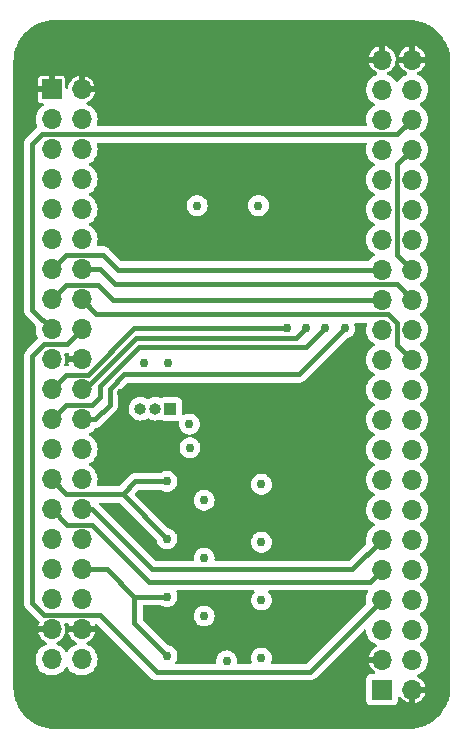
<source format=gbl>
%TF.GenerationSoftware,KiCad,Pcbnew,(6.0.5)*%
%TF.CreationDate,2025-06-10T19:53:23+02:00*%
%TF.ProjectId,LandShark_ADC_Bridge,4c616e64-5368-4617-926b-5f4144435f42,rev?*%
%TF.SameCoordinates,Original*%
%TF.FileFunction,Copper,L4,Bot*%
%TF.FilePolarity,Positive*%
%FSLAX46Y46*%
G04 Gerber Fmt 4.6, Leading zero omitted, Abs format (unit mm)*
G04 Created by KiCad (PCBNEW (6.0.5)) date 2025-06-10 19:53:23*
%MOMM*%
%LPD*%
G01*
G04 APERTURE LIST*
%TA.AperFunction,ComponentPad*%
%ADD10R,1.000000X1.000000*%
%TD*%
%TA.AperFunction,ComponentPad*%
%ADD11O,1.000000X1.000000*%
%TD*%
%TA.AperFunction,ComponentPad*%
%ADD12R,1.700000X1.700000*%
%TD*%
%TA.AperFunction,ComponentPad*%
%ADD13O,1.700000X1.700000*%
%TD*%
%TA.AperFunction,ViaPad*%
%ADD14C,0.760000*%
%TD*%
%TA.AperFunction,Conductor*%
%ADD15C,0.400000*%
%TD*%
G04 APERTURE END LIST*
D10*
%TO.P,J3,1,Pin_1*%
%TO.N,+2V5*%
X145800000Y-102400000D03*
D11*
%TO.P,J3,2,Pin_2*%
%TO.N,VDDA*%
X144530000Y-102400000D03*
%TO.P,J3,3,Pin_3*%
%TO.N,+3V3*%
X143260000Y-102400000D03*
%TD*%
D12*
%TO.P,J2,1,Pin_1*%
%TO.N,/VM*%
X163725000Y-126175000D03*
D13*
%TO.P,J2,2,Pin_2*%
%TO.N,GND*%
X166265000Y-126175000D03*
%TO.P,J2,3,Pin_3*%
X163725000Y-123635000D03*
%TO.P,J2,4,Pin_4*%
%TO.N,unconnected-(J2-Pad4)*%
X166265000Y-123635000D03*
%TO.P,J2,5,Pin_5*%
%TO.N,+5V*%
X163725000Y-121095000D03*
%TO.P,J2,6,Pin_6*%
%TO.N,unconnected-(J2-Pad6)*%
X166265000Y-121095000D03*
%TO.P,J2,7,Pin_7*%
%TO.N,/I2C2_SCL*%
X163725000Y-118555000D03*
%TO.P,J2,8,Pin_8*%
%TO.N,unconnected-(J2-Pad8)*%
X166265000Y-118555000D03*
%TO.P,J2,9,Pin_9*%
%TO.N,/ADC8*%
X163725000Y-116015000D03*
%TO.P,J2,10,Pin_10*%
%TO.N,unconnected-(J2-Pad10)*%
X166265000Y-116015000D03*
%TO.P,J2,11,Pin_11*%
%TO.N,/ADC9*%
X163725000Y-113475000D03*
%TO.P,J2,12,Pin_12*%
%TO.N,/I_Y2_SENSE*%
X166265000Y-113475000D03*
%TO.P,J2,13,Pin_13*%
%TO.N,unconnected-(J2-Pad13)*%
X163725000Y-110935000D03*
%TO.P,J2,14,Pin_14*%
%TO.N,/I_X1_SENSE*%
X166265000Y-110935000D03*
%TO.P,J2,15,Pin_15*%
%TO.N,/I_X2_SENSE*%
X163725000Y-108395000D03*
%TO.P,J2,16,Pin_16*%
%TO.N,/I_Y1_SENSE*%
X166265000Y-108395000D03*
%TO.P,J2,17,Pin_17*%
%TO.N,/Y2_H*%
X163725000Y-105855000D03*
%TO.P,J2,18,Pin_18*%
%TO.N,/Y2_L*%
X166265000Y-105855000D03*
%TO.P,J2,19,Pin_19*%
%TO.N,/Y1_H*%
X163725000Y-103315000D03*
%TO.P,J2,20,Pin_20*%
%TO.N,/Y1_L*%
X166265000Y-103315000D03*
%TO.P,J2,21,Pin_21*%
%TO.N,/X2_H*%
X163725000Y-100775000D03*
%TO.P,J2,22,Pin_22*%
%TO.N,/X2_L*%
X166265000Y-100775000D03*
%TO.P,J2,23,Pin_23*%
%TO.N,/X1_H*%
X163725000Y-98235000D03*
%TO.P,J2,24,Pin_24*%
%TO.N,/SPI2_NCS*%
X166265000Y-98235000D03*
%TO.P,J2,25,Pin_25*%
%TO.N,unconnected-(J2-Pad25)*%
X163725000Y-95695000D03*
%TO.P,J2,26,Pin_26*%
%TO.N,/X1_L*%
X166265000Y-95695000D03*
%TO.P,J2,27,Pin_27*%
%TO.N,/SPI2_SCK*%
X163725000Y-93155000D03*
%TO.P,J2,28,Pin_28*%
%TO.N,/SPI2_MISO*%
X166265000Y-93155000D03*
%TO.P,J2,29,Pin_29*%
%TO.N,/SPI2_MOSI*%
X163725000Y-90615000D03*
%TO.P,J2,30,Pin_30*%
%TO.N,/I_Y2*%
X166265000Y-90615000D03*
%TO.P,J2,31,Pin_31*%
%TO.N,/I_Y1*%
X163725000Y-88075000D03*
%TO.P,J2,32,Pin_32*%
%TO.N,/I_X2*%
X166265000Y-88075000D03*
%TO.P,J2,33,Pin_33*%
%TO.N,/I_X1*%
X163725000Y-85535000D03*
%TO.P,J2,34,Pin_34*%
%TO.N,unconnected-(J2-Pad34)*%
X166265000Y-85535000D03*
%TO.P,J2,35,Pin_35*%
%TO.N,unconnected-(J2-Pad35)*%
X163725000Y-82995000D03*
%TO.P,J2,36,Pin_36*%
%TO.N,unconnected-(J2-Pad36)*%
X166265000Y-82995000D03*
%TO.P,J2,37,Pin_37*%
%TO.N,unconnected-(J2-Pad37)*%
X163725000Y-80455000D03*
%TO.P,J2,38,Pin_38*%
%TO.N,/I_Y2*%
X166265000Y-80455000D03*
%TO.P,J2,39,Pin_39*%
%TO.N,unconnected-(J2-Pad39)*%
X163725000Y-77915000D03*
%TO.P,J2,40,Pin_40*%
%TO.N,/I2C2_SDA*%
X166265000Y-77915000D03*
%TO.P,J2,41,Pin_41*%
%TO.N,unconnected-(J2-Pad41)*%
X163725000Y-75375000D03*
%TO.P,J2,42,Pin_42*%
%TO.N,+5V*%
X166265000Y-75375000D03*
%TO.P,J2,43,Pin_43*%
%TO.N,GND*%
X163725000Y-72835000D03*
%TO.P,J2,44,Pin_44*%
X166265000Y-72835000D03*
%TD*%
D12*
%TO.P,J1,1,Pin_1*%
%TO.N,GND*%
X135730000Y-75370000D03*
D13*
%TO.P,J1,2,Pin_2*%
X138270000Y-75370000D03*
%TO.P,J1,3,Pin_3*%
%TO.N,+5V*%
X135730000Y-77910000D03*
%TO.P,J1,4,Pin_4*%
X138270000Y-77910000D03*
%TO.P,J1,5,Pin_5*%
%TO.N,/X1_H*%
X135730000Y-80450000D03*
%TO.P,J1,6,Pin_6*%
%TO.N,/X1_L*%
X138270000Y-80450000D03*
%TO.P,J1,7,Pin_7*%
%TO.N,/X2_H*%
X135730000Y-82990000D03*
%TO.P,J1,8,Pin_8*%
%TO.N,/X2_L*%
X138270000Y-82990000D03*
%TO.P,J1,9,Pin_9*%
%TO.N,/Y1_H*%
X135730000Y-85530000D03*
%TO.P,J1,10,Pin_10*%
%TO.N,/Y1_L*%
X138270000Y-85530000D03*
%TO.P,J1,11,Pin_11*%
%TO.N,/Y2_H*%
X135730000Y-88070000D03*
%TO.P,J1,12,Pin_12*%
%TO.N,/Y2_L*%
X138270000Y-88070000D03*
%TO.P,J1,13,Pin_13*%
%TO.N,/SPI2_MOSI*%
X135730000Y-90610000D03*
%TO.P,J1,14,Pin_14*%
%TO.N,/SPI2_MISO*%
X138270000Y-90610000D03*
%TO.P,J1,15,Pin_15*%
%TO.N,/SPI2_SCK*%
X135730000Y-93150000D03*
%TO.P,J1,16,Pin_16*%
%TO.N,/SPI2_NCS*%
X138270000Y-93150000D03*
%TO.P,J1,17,Pin_17*%
%TO.N,/I2C2_SDA*%
X135730000Y-95690000D03*
%TO.P,J1,18,Pin_18*%
%TO.N,/I2C2_SCL*%
X138270000Y-95690000D03*
%TO.P,J1,19,Pin_19*%
%TO.N,GND*%
X135730000Y-98230000D03*
%TO.P,J1,20,Pin_20*%
X138270000Y-98230000D03*
%TO.P,J1,21,Pin_21*%
%TO.N,/I_X1*%
X135730000Y-100770000D03*
%TO.P,J1,22,Pin_22*%
%TO.N,/I_X2*%
X138270000Y-100770000D03*
%TO.P,J1,23,Pin_23*%
%TO.N,/I_Y1*%
X135730000Y-103310000D03*
%TO.P,J1,24,Pin_24*%
%TO.N,/I_Y2*%
X138270000Y-103310000D03*
%TO.P,J1,25,Pin_25*%
%TO.N,/V_X1*%
X135730000Y-105850000D03*
%TO.P,J1,26,Pin_26*%
%TO.N,/V_X2*%
X138270000Y-105850000D03*
%TO.P,J1,27,Pin_27*%
%TO.N,/V_Y1*%
X135730000Y-108390000D03*
%TO.P,J1,28,Pin_28*%
%TO.N,/V_Y2*%
X138270000Y-108390000D03*
%TO.P,J1,29,Pin_29*%
%TO.N,/ADC8*%
X135730000Y-110930000D03*
%TO.P,J1,30,Pin_30*%
%TO.N,/ADC9*%
X138270000Y-110930000D03*
%TO.P,J1,31,Pin_31*%
%TO.N,/PS_GPIO0*%
X135730000Y-113470000D03*
%TO.P,J1,32,Pin_32*%
%TO.N,/PS_GPIO1*%
X138270000Y-113470000D03*
%TO.P,J1,33,Pin_33*%
%TO.N,/PS_GPIO2*%
X135730000Y-116010000D03*
%TO.P,J1,34,Pin_34*%
%TO.N,/PS_GPIO3*%
X138270000Y-116010000D03*
%TO.P,J1,35,Pin_35*%
%TO.N,/PS_GPIO4*%
X135730000Y-118550000D03*
%TO.P,J1,36,Pin_36*%
%TO.N,/PS_GPIO5*%
X138270000Y-118550000D03*
%TO.P,J1,37,Pin_37*%
%TO.N,GND*%
X135730000Y-121090000D03*
%TO.P,J1,38,Pin_38*%
X138270000Y-121090000D03*
%TO.P,J1,39,Pin_39*%
%TO.N,/VM*%
X135730000Y-123630000D03*
%TO.P,J1,40,Pin_40*%
X138270000Y-123630000D03*
%TD*%
D14*
%TO.N,GND*%
X156400000Y-113400000D03*
X156400000Y-118300000D03*
X152200000Y-123600000D03*
X149750000Y-77300000D03*
X146250000Y-74250000D03*
X146250000Y-83750000D03*
X141650000Y-101100000D03*
X151350000Y-83750000D03*
X152200000Y-118700000D03*
X152200000Y-108900000D03*
X156400000Y-109450000D03*
X151850000Y-105850000D03*
X147450000Y-101100000D03*
X156400000Y-123200000D03*
X152200000Y-113800000D03*
X144650000Y-77300000D03*
%TO.N,/I_X1*%
X155700000Y-95600000D03*
%TO.N,/I_X2*%
X157300000Y-95600000D03*
%TO.N,/I_Y1*%
X158900000Y-95600000D03*
%TO.N,/I_Y2*%
X160550000Y-95600000D03*
%TO.N,/V_Y1*%
X145500000Y-108550000D03*
X145500000Y-113400000D03*
%TO.N,/PS_GPIO3*%
X145500000Y-123300000D03*
X145500000Y-118300000D03*
%TO.N,+3V3*%
X148050000Y-85200000D03*
X143550000Y-98550000D03*
%TO.N,+2V5*%
X153250000Y-85200000D03*
X145550000Y-98550000D03*
%TO.N,VDDA*%
X153500000Y-118600000D03*
X153500000Y-123500000D03*
X153500000Y-113700000D03*
X153500000Y-108800000D03*
X147400000Y-103700000D03*
%TO.N,VDD*%
X148650000Y-110150000D03*
X148650000Y-115050000D03*
X148650000Y-119950000D03*
X150550000Y-123750000D03*
X147450000Y-105700000D03*
%TD*%
D15*
%TO.N,/SPI2_MOSI*%
X140100000Y-89350000D02*
X136990000Y-89350000D01*
X141365000Y-90615000D02*
X140100000Y-89350000D01*
X163725000Y-90615000D02*
X141365000Y-90615000D01*
X136990000Y-89350000D02*
X135730000Y-90610000D01*
%TO.N,/SPI2_MISO*%
X164974511Y-91864511D02*
X166265000Y-93155000D01*
X141114511Y-91864511D02*
X164974511Y-91864511D01*
X139860000Y-90610000D02*
X141114511Y-91864511D01*
X138270000Y-90610000D02*
X139860000Y-90610000D01*
%TO.N,/SPI2_SCK*%
X139650489Y-91900489D02*
X140905000Y-93155000D01*
X135730000Y-93150000D02*
X136979511Y-91900489D01*
X140905000Y-93155000D02*
X163725000Y-93155000D01*
X136979511Y-91900489D02*
X139650489Y-91900489D01*
%TO.N,/SPI2_NCS*%
X139524511Y-94404511D02*
X164242565Y-94404511D01*
X138270000Y-93150000D02*
X139524511Y-94404511D01*
X164242565Y-94404511D02*
X165015489Y-95177435D01*
X165015489Y-95177435D02*
X165015489Y-96985489D01*
X165015489Y-96985489D02*
X166265000Y-98235000D01*
%TO.N,/I2C2_SDA*%
X134885489Y-79164511D02*
X165015489Y-79164511D01*
X165015489Y-79164511D02*
X166265000Y-77915000D01*
X134100000Y-79950000D02*
X134885489Y-79164511D01*
X135730000Y-95690000D02*
X134100000Y-94060000D01*
X134100000Y-94060000D02*
X134100000Y-79950000D01*
%TO.N,/I2C2_SCL*%
X138270000Y-95690000D02*
X137010000Y-96950000D01*
X144650000Y-124700000D02*
X157580000Y-124700000D01*
X135100000Y-96950000D02*
X134100000Y-97950000D01*
X135090489Y-119840489D02*
X139790489Y-119840489D01*
X139790489Y-119840489D02*
X144650000Y-124700000D01*
X134100000Y-118850000D02*
X135090489Y-119840489D01*
X137010000Y-96950000D02*
X135100000Y-96950000D01*
X157580000Y-124700000D02*
X163725000Y-118555000D01*
X134100000Y-97950000D02*
X134100000Y-118850000D01*
%TO.N,/I_X1*%
X142700000Y-95600000D02*
X155700000Y-95600000D01*
X138779511Y-99520489D02*
X142700000Y-95600000D01*
X136979511Y-99520489D02*
X138779511Y-99520489D01*
X135730000Y-100770000D02*
X136979511Y-99520489D01*
%TO.N,/I_X2*%
X138270000Y-100770000D02*
X138530000Y-100770000D01*
X142850000Y-96450000D02*
X156450000Y-96450000D01*
X138530000Y-100770000D02*
X142850000Y-96450000D01*
X156450000Y-96450000D02*
X157300000Y-95600000D01*
%TO.N,/I_Y1*%
X143100000Y-97200000D02*
X157300000Y-97200000D01*
X139850000Y-100450000D02*
X143100000Y-97200000D01*
X139189511Y-102060489D02*
X139850000Y-101400000D01*
X136979511Y-102060489D02*
X139189511Y-102060489D01*
X139850000Y-101400000D02*
X139850000Y-100450000D01*
X157300000Y-97200000D02*
X158900000Y-95600000D01*
X135730000Y-103310000D02*
X136979511Y-102060489D01*
%TO.N,/I_Y2*%
X141900000Y-99500000D02*
X156650000Y-99500000D01*
X156650000Y-99500000D02*
X160550000Y-95600000D01*
X165015489Y-89365489D02*
X166265000Y-90615000D01*
X138270000Y-103310000D02*
X139440000Y-103310000D01*
X166265000Y-80455000D02*
X165015489Y-81704511D01*
X140650000Y-100750000D02*
X141900000Y-99500000D01*
X165015489Y-81704511D02*
X165015489Y-89365489D01*
X139440000Y-103310000D02*
X140650000Y-102100000D01*
X140650000Y-102100000D02*
X140650000Y-100750000D01*
%TO.N,/V_Y1*%
X142829022Y-108550000D02*
X141739511Y-109639511D01*
X145500000Y-108550000D02*
X142829022Y-108550000D01*
X136979511Y-109639511D02*
X141739511Y-109639511D01*
X141739511Y-109639511D02*
X145500000Y-113400000D01*
X135730000Y-108390000D02*
X136979511Y-109639511D01*
%TO.N,/ADC8*%
X162690000Y-117050000D02*
X143950000Y-117050000D01*
X143950000Y-117050000D02*
X139120489Y-112220489D01*
X139120489Y-112220489D02*
X137020489Y-112220489D01*
X163725000Y-116015000D02*
X162690000Y-117050000D01*
X137020489Y-112220489D02*
X135730000Y-110930000D01*
%TO.N,/ADC9*%
X144250000Y-116000000D02*
X139180000Y-110930000D01*
X139180000Y-110930000D02*
X138270000Y-110930000D01*
X161200000Y-116000000D02*
X144250000Y-116000000D01*
X163725000Y-113475000D02*
X161200000Y-116000000D01*
%TO.N,/PS_GPIO3*%
X142750000Y-118300000D02*
X142750000Y-120550000D01*
X142750000Y-118300000D02*
X145500000Y-118300000D01*
X140460000Y-116010000D02*
X142750000Y-118300000D01*
X138270000Y-116010000D02*
X140460000Y-116010000D01*
X142750000Y-120550000D02*
X145500000Y-123300000D01*
%TD*%
%TA.AperFunction,Conductor*%
%TO.N,GND*%
G36*
X165970643Y-69502000D02*
G01*
X165984952Y-69504228D01*
X165984953Y-69504228D01*
X165993823Y-69505609D01*
X166002725Y-69504445D01*
X166002728Y-69504445D01*
X166012694Y-69503142D01*
X166035210Y-69502230D01*
X166336833Y-69517048D01*
X166349129Y-69518258D01*
X166676603Y-69566835D01*
X166688709Y-69569242D01*
X167009858Y-69649686D01*
X167021684Y-69653274D01*
X167333364Y-69764796D01*
X167344788Y-69769527D01*
X167644059Y-69911071D01*
X167654964Y-69916900D01*
X167938912Y-70087092D01*
X167949193Y-70093962D01*
X168215087Y-70291163D01*
X168224645Y-70299007D01*
X168469933Y-70521323D01*
X168478677Y-70530067D01*
X168700993Y-70775355D01*
X168708837Y-70784913D01*
X168906038Y-71050807D01*
X168912908Y-71061088D01*
X169083100Y-71345036D01*
X169088929Y-71355941D01*
X169230473Y-71655212D01*
X169235204Y-71666636D01*
X169346726Y-71978316D01*
X169350314Y-71990142D01*
X169430758Y-72311291D01*
X169433165Y-72323397D01*
X169477010Y-72618971D01*
X169481741Y-72650866D01*
X169482952Y-72663165D01*
X169494182Y-72891736D01*
X169497413Y-72957507D01*
X169496064Y-72983077D01*
X169494391Y-72993823D01*
X169495555Y-73002725D01*
X169495555Y-73002728D01*
X169498436Y-73024756D01*
X169499500Y-73041093D01*
X169499500Y-125951259D01*
X169498000Y-125970643D01*
X169494391Y-125993823D01*
X169495555Y-126002725D01*
X169495555Y-126002728D01*
X169496858Y-126012694D01*
X169497770Y-126035214D01*
X169482953Y-126336828D01*
X169481742Y-126349129D01*
X169437144Y-126649786D01*
X169433167Y-126676594D01*
X169430758Y-126688709D01*
X169382540Y-126881206D01*
X169350316Y-127009852D01*
X169346726Y-127021684D01*
X169235204Y-127333364D01*
X169230473Y-127344788D01*
X169088929Y-127644059D01*
X169083100Y-127654964D01*
X168912908Y-127938912D01*
X168906038Y-127949193D01*
X168708837Y-128215087D01*
X168700993Y-128224645D01*
X168478677Y-128469933D01*
X168469933Y-128478677D01*
X168224645Y-128700993D01*
X168215087Y-128708837D01*
X167949193Y-128906038D01*
X167938912Y-128912908D01*
X167654964Y-129083100D01*
X167644059Y-129088929D01*
X167344788Y-129230473D01*
X167333364Y-129235204D01*
X167021684Y-129346726D01*
X167009858Y-129350314D01*
X166688709Y-129430758D01*
X166676603Y-129433165D01*
X166349129Y-129481742D01*
X166336835Y-129482952D01*
X166042488Y-129497413D01*
X166016923Y-129496064D01*
X166016307Y-129495968D01*
X166015049Y-129495772D01*
X166015047Y-129495772D01*
X166006177Y-129494391D01*
X165997275Y-129495555D01*
X165997272Y-129495555D01*
X165975244Y-129498436D01*
X165958907Y-129499500D01*
X136048741Y-129499500D01*
X136029357Y-129498000D01*
X136015048Y-129495772D01*
X136015047Y-129495772D01*
X136006177Y-129494391D01*
X135997275Y-129495555D01*
X135997272Y-129495555D01*
X135987306Y-129496858D01*
X135964790Y-129497770D01*
X135663167Y-129482952D01*
X135650871Y-129481742D01*
X135323397Y-129433165D01*
X135311291Y-129430758D01*
X134990142Y-129350314D01*
X134978316Y-129346726D01*
X134666636Y-129235204D01*
X134655212Y-129230473D01*
X134355941Y-129088929D01*
X134345036Y-129083100D01*
X134061088Y-128912908D01*
X134050807Y-128906038D01*
X133784913Y-128708837D01*
X133775355Y-128700993D01*
X133530067Y-128478677D01*
X133521323Y-128469933D01*
X133299007Y-128224645D01*
X133291163Y-128215087D01*
X133093962Y-127949193D01*
X133087092Y-127938912D01*
X132916900Y-127654964D01*
X132911071Y-127644059D01*
X132769527Y-127344788D01*
X132764796Y-127333364D01*
X132653274Y-127021684D01*
X132649684Y-127009852D01*
X132617460Y-126881206D01*
X132569242Y-126688709D01*
X132566833Y-126676594D01*
X132562857Y-126649786D01*
X132518258Y-126349129D01*
X132517047Y-126336828D01*
X132502769Y-126046177D01*
X132504362Y-126019098D01*
X132504689Y-126017156D01*
X132504690Y-126017145D01*
X132505496Y-126012354D01*
X132505647Y-126000000D01*
X132501773Y-125972949D01*
X132500500Y-125955087D01*
X132500500Y-118886930D01*
X133395322Y-118886930D01*
X133396627Y-118894406D01*
X133396627Y-118894409D01*
X133406178Y-118949132D01*
X133407141Y-118955658D01*
X133410254Y-118981378D01*
X133414724Y-119018320D01*
X133417409Y-119025427D01*
X133418218Y-119028720D01*
X133422177Y-119043191D01*
X133423166Y-119046467D01*
X133424473Y-119053954D01*
X133427528Y-119060913D01*
X133427528Y-119060914D01*
X133449847Y-119111760D01*
X133452339Y-119117866D01*
X133468492Y-119160612D01*
X133474655Y-119176923D01*
X133478954Y-119183178D01*
X133480535Y-119186203D01*
X133487825Y-119199299D01*
X133489566Y-119202243D01*
X133492621Y-119209202D01*
X133497246Y-119215230D01*
X133497247Y-119215231D01*
X133531042Y-119259273D01*
X133534919Y-119264609D01*
X133566381Y-119310386D01*
X133566386Y-119310392D01*
X133570688Y-119316651D01*
X133576362Y-119321706D01*
X133616648Y-119357600D01*
X133621925Y-119362581D01*
X134574913Y-120315570D01*
X134580766Y-120321836D01*
X134618320Y-120364885D01*
X134624538Y-120369255D01*
X134669041Y-120400532D01*
X134713273Y-120456066D01*
X134720459Y-120526698D01*
X134708099Y-120562287D01*
X134665677Y-120642917D01*
X134661273Y-120653549D01*
X134609993Y-120818698D01*
X134609774Y-120832799D01*
X134616506Y-120836000D01*
X135858000Y-120836000D01*
X135926121Y-120856002D01*
X135972614Y-120909658D01*
X135984000Y-120962000D01*
X135984000Y-121218000D01*
X135963998Y-121286121D01*
X135910342Y-121332614D01*
X135858000Y-121344000D01*
X134626030Y-121344000D01*
X134612499Y-121347973D01*
X134611207Y-121356962D01*
X134639897Y-121469928D01*
X134643735Y-121480766D01*
X134727386Y-121662218D01*
X134733137Y-121672179D01*
X134848455Y-121835350D01*
X134855921Y-121844092D01*
X134999047Y-121983520D01*
X135007981Y-121990754D01*
X135174112Y-122101760D01*
X135184224Y-122107251D01*
X135246210Y-122133881D01*
X135300903Y-122179148D01*
X135322441Y-122246799D01*
X135303985Y-122315355D01*
X135249723Y-122363844D01*
X135057152Y-122453642D01*
X135057149Y-122453644D01*
X135052171Y-122455965D01*
X134858599Y-122591505D01*
X134691505Y-122758599D01*
X134555965Y-122952171D01*
X134553644Y-122957149D01*
X134553642Y-122957152D01*
X134468427Y-123139896D01*
X134456097Y-123166337D01*
X134454675Y-123171645D01*
X134454674Y-123171647D01*
X134398579Y-123381000D01*
X134394937Y-123394592D01*
X134374341Y-123630000D01*
X134394937Y-123865408D01*
X134396361Y-123870722D01*
X134396361Y-123870723D01*
X134450425Y-124072493D01*
X134456097Y-124093663D01*
X134458419Y-124098643D01*
X134458420Y-124098645D01*
X134540121Y-124273851D01*
X134555965Y-124307829D01*
X134691505Y-124501401D01*
X134858599Y-124668495D01*
X134863107Y-124671652D01*
X134863110Y-124671654D01*
X135021700Y-124782700D01*
X135052170Y-124804035D01*
X135057152Y-124806358D01*
X135057157Y-124806361D01*
X135258844Y-124900409D01*
X135266337Y-124903903D01*
X135271645Y-124905325D01*
X135271647Y-124905326D01*
X135284997Y-124908903D01*
X135494592Y-124965063D01*
X135730000Y-124985659D01*
X135965408Y-124965063D01*
X136175003Y-124908903D01*
X136188353Y-124905326D01*
X136188355Y-124905325D01*
X136193663Y-124903903D01*
X136201156Y-124900409D01*
X136402843Y-124806361D01*
X136402848Y-124806358D01*
X136407830Y-124804035D01*
X136438300Y-124782700D01*
X136596890Y-124671654D01*
X136596893Y-124671652D01*
X136601401Y-124668495D01*
X136768495Y-124501401D01*
X136896787Y-124318180D01*
X136952244Y-124273851D01*
X137022863Y-124266542D01*
X137086224Y-124298572D01*
X137103212Y-124318179D01*
X137231505Y-124501401D01*
X137398599Y-124668495D01*
X137403107Y-124671652D01*
X137403110Y-124671654D01*
X137561700Y-124782700D01*
X137592170Y-124804035D01*
X137597152Y-124806358D01*
X137597157Y-124806361D01*
X137798844Y-124900409D01*
X137806337Y-124903903D01*
X137811645Y-124905325D01*
X137811647Y-124905326D01*
X137824997Y-124908903D01*
X138034592Y-124965063D01*
X138270000Y-124985659D01*
X138505408Y-124965063D01*
X138715003Y-124908903D01*
X138728353Y-124905326D01*
X138728355Y-124905325D01*
X138733663Y-124903903D01*
X138741156Y-124900409D01*
X138942843Y-124806361D01*
X138942848Y-124806358D01*
X138947830Y-124804035D01*
X138978300Y-124782700D01*
X139136890Y-124671654D01*
X139136893Y-124671652D01*
X139141401Y-124668495D01*
X139308495Y-124501401D01*
X139444035Y-124307829D01*
X139459880Y-124273851D01*
X139541580Y-124098645D01*
X139541581Y-124098643D01*
X139543903Y-124093663D01*
X139549576Y-124072493D01*
X139603639Y-123870723D01*
X139603639Y-123870722D01*
X139605063Y-123865408D01*
X139625659Y-123630000D01*
X139605063Y-123394592D01*
X139601421Y-123381000D01*
X139545326Y-123171647D01*
X139545325Y-123171645D01*
X139543903Y-123166337D01*
X139531573Y-123139896D01*
X139446358Y-122957152D01*
X139446356Y-122957149D01*
X139444035Y-122952171D01*
X139308495Y-122758599D01*
X139141401Y-122591505D01*
X139136893Y-122588348D01*
X139136890Y-122588346D01*
X138952339Y-122459122D01*
X138952336Y-122459120D01*
X138947830Y-122455965D01*
X138942848Y-122453642D01*
X138942843Y-122453639D01*
X138754297Y-122365719D01*
X138701012Y-122318802D01*
X138681551Y-122250524D01*
X138702093Y-122182564D01*
X138745981Y-122141589D01*
X138919124Y-122044625D01*
X138928596Y-122038115D01*
X139082219Y-121910348D01*
X139090348Y-121902219D01*
X139218115Y-121748596D01*
X139224625Y-121739124D01*
X139322258Y-121564786D01*
X139326934Y-121554283D01*
X139391160Y-121365078D01*
X139392396Y-121359933D01*
X139390694Y-121347993D01*
X139377126Y-121344000D01*
X137166030Y-121344000D01*
X137152499Y-121347973D01*
X137151207Y-121356962D01*
X137179897Y-121469928D01*
X137183735Y-121480766D01*
X137267386Y-121662218D01*
X137273137Y-121672179D01*
X137388455Y-121835350D01*
X137395921Y-121844092D01*
X137539047Y-121983520D01*
X137547981Y-121990754D01*
X137714112Y-122101760D01*
X137724224Y-122107251D01*
X137786210Y-122133881D01*
X137840903Y-122179148D01*
X137862441Y-122246799D01*
X137843985Y-122315355D01*
X137789723Y-122363844D01*
X137597152Y-122453642D01*
X137597149Y-122453644D01*
X137592171Y-122455965D01*
X137398599Y-122591505D01*
X137231505Y-122758599D01*
X137125026Y-122910667D01*
X137103213Y-122941820D01*
X137047756Y-122986149D01*
X136977137Y-122993458D01*
X136913776Y-122961428D01*
X136896787Y-122941820D01*
X136874974Y-122910667D01*
X136768495Y-122758599D01*
X136601401Y-122591505D01*
X136596893Y-122588348D01*
X136596890Y-122588346D01*
X136412339Y-122459122D01*
X136412336Y-122459120D01*
X136407830Y-122455965D01*
X136402848Y-122453642D01*
X136402843Y-122453639D01*
X136214297Y-122365719D01*
X136161012Y-122318802D01*
X136141551Y-122250524D01*
X136162093Y-122182564D01*
X136205981Y-122141589D01*
X136379124Y-122044625D01*
X136388596Y-122038115D01*
X136542219Y-121910348D01*
X136550348Y-121902219D01*
X136678115Y-121748596D01*
X136684625Y-121739124D01*
X136782258Y-121564786D01*
X136786934Y-121554283D01*
X136851160Y-121365081D01*
X136853845Y-121353898D01*
X136882811Y-121154118D01*
X136883441Y-121146736D01*
X136884830Y-121093704D01*
X136884587Y-121086305D01*
X136866117Y-120885285D01*
X136864020Y-120873971D01*
X136815290Y-120701191D01*
X136816050Y-120630199D01*
X136855071Y-120570887D01*
X136919963Y-120542087D01*
X136936559Y-120540989D01*
X137065165Y-120540989D01*
X137133286Y-120560991D01*
X137179779Y-120614647D01*
X137189883Y-120684921D01*
X137185498Y-120704353D01*
X137149993Y-120818700D01*
X137149774Y-120832799D01*
X137156506Y-120836000D01*
X139375196Y-120836000D01*
X139388727Y-120832027D01*
X139389896Y-120823893D01*
X139366453Y-120740770D01*
X139367213Y-120669777D01*
X139406234Y-120610466D01*
X139471127Y-120581666D01*
X139541288Y-120592521D01*
X139576817Y-120617473D01*
X144134411Y-125175067D01*
X144140264Y-125181332D01*
X144177831Y-125224396D01*
X144184042Y-125228761D01*
X144184045Y-125228764D01*
X144229493Y-125260705D01*
X144234788Y-125264638D01*
X144284457Y-125303583D01*
X144291384Y-125306711D01*
X144294315Y-125308486D01*
X144307318Y-125315903D01*
X144310332Y-125317519D01*
X144316547Y-125321887D01*
X144323623Y-125324646D01*
X144323627Y-125324648D01*
X144375364Y-125344819D01*
X144381445Y-125347375D01*
X144384663Y-125348828D01*
X144438984Y-125373355D01*
X144446450Y-125374739D01*
X144449699Y-125375757D01*
X144464164Y-125379877D01*
X144467437Y-125380717D01*
X144474513Y-125383476D01*
X144519183Y-125389356D01*
X144537106Y-125391716D01*
X144543623Y-125392748D01*
X144585035Y-125400423D01*
X144605692Y-125404252D01*
X144613272Y-125403815D01*
X144613273Y-125403815D01*
X144667138Y-125400709D01*
X144674391Y-125400500D01*
X157551359Y-125400500D01*
X157559929Y-125400792D01*
X157609354Y-125404162D01*
X157609358Y-125404162D01*
X157616930Y-125404678D01*
X157624406Y-125403373D01*
X157624409Y-125403373D01*
X157679132Y-125393822D01*
X157685658Y-125392859D01*
X157726096Y-125387965D01*
X157748320Y-125385276D01*
X157755427Y-125382591D01*
X157758720Y-125381782D01*
X157773191Y-125377823D01*
X157776467Y-125376834D01*
X157783954Y-125375527D01*
X157796019Y-125370231D01*
X157841760Y-125350153D01*
X157847866Y-125347661D01*
X157899818Y-125328030D01*
X157899820Y-125328029D01*
X157906923Y-125325345D01*
X157913178Y-125321046D01*
X157916203Y-125319465D01*
X157929299Y-125312175D01*
X157932243Y-125310434D01*
X157939202Y-125307379D01*
X157973528Y-125281040D01*
X157989273Y-125268958D01*
X157994609Y-125265081D01*
X158040386Y-125233619D01*
X158040392Y-125233614D01*
X158046651Y-125229312D01*
X158087609Y-125183342D01*
X158092589Y-125178067D01*
X162162693Y-121107963D01*
X162225005Y-121073937D01*
X162295820Y-121079002D01*
X162352656Y-121121549D01*
X162377308Y-121186076D01*
X162389456Y-121324916D01*
X162389457Y-121324922D01*
X162389937Y-121330408D01*
X162451097Y-121558663D01*
X162453419Y-121563643D01*
X162453420Y-121563645D01*
X162535121Y-121738851D01*
X162550965Y-121772829D01*
X162686505Y-121966401D01*
X162853599Y-122133495D01*
X162858107Y-122136652D01*
X162858110Y-122136654D01*
X163036820Y-122261788D01*
X163047170Y-122269035D01*
X163052152Y-122271358D01*
X163052157Y-122271361D01*
X163240325Y-122359105D01*
X163293610Y-122406022D01*
X163313071Y-122474300D01*
X163292529Y-122542260D01*
X163238506Y-122588325D01*
X163234612Y-122589912D01*
X163222829Y-122595532D01*
X163051119Y-122697688D01*
X163041807Y-122704453D01*
X162891587Y-122836194D01*
X162883670Y-122844537D01*
X162759975Y-123001443D01*
X162753704Y-123011100D01*
X162660679Y-123187912D01*
X162656273Y-123198549D01*
X162604993Y-123363698D01*
X162604774Y-123377799D01*
X162611506Y-123381000D01*
X163853000Y-123381000D01*
X163921121Y-123401002D01*
X163967614Y-123454658D01*
X163979000Y-123507000D01*
X163979000Y-123763000D01*
X163958998Y-123831121D01*
X163905342Y-123877614D01*
X163853000Y-123889000D01*
X162621030Y-123889000D01*
X162607499Y-123892973D01*
X162606207Y-123901962D01*
X162634897Y-124014928D01*
X162638735Y-124025766D01*
X162722386Y-124207218D01*
X162728137Y-124217179D01*
X162843455Y-124380350D01*
X162850921Y-124389092D01*
X162994047Y-124528520D01*
X163002981Y-124535754D01*
X163089756Y-124593736D01*
X163135284Y-124648213D01*
X163144131Y-124718656D01*
X163113490Y-124782700D01*
X163053088Y-124820012D01*
X163019755Y-124824501D01*
X162827624Y-124824501D01*
X162824230Y-124824870D01*
X162824224Y-124824870D01*
X162774278Y-124830295D01*
X162774274Y-124830296D01*
X162766420Y-124831149D01*
X162632176Y-124881474D01*
X162624997Y-124886854D01*
X162624994Y-124886856D01*
X162546050Y-124946022D01*
X162517454Y-124967454D01*
X162512072Y-124974635D01*
X162436856Y-125074994D01*
X162436854Y-125074997D01*
X162431474Y-125082176D01*
X162381149Y-125216420D01*
X162380296Y-125224270D01*
X162380296Y-125224271D01*
X162375661Y-125266939D01*
X162374500Y-125277623D01*
X162374501Y-127072376D01*
X162381149Y-127133580D01*
X162431474Y-127267824D01*
X162436854Y-127275003D01*
X162436856Y-127275006D01*
X162512072Y-127375365D01*
X162517454Y-127382546D01*
X162524635Y-127387928D01*
X162624994Y-127463144D01*
X162624997Y-127463146D01*
X162632176Y-127468526D01*
X162721561Y-127502034D01*
X162759025Y-127516079D01*
X162759027Y-127516079D01*
X162766420Y-127518851D01*
X162774270Y-127519704D01*
X162774271Y-127519704D01*
X162824217Y-127525130D01*
X162827623Y-127525500D01*
X163724868Y-127525500D01*
X164622376Y-127525499D01*
X164625770Y-127525130D01*
X164625776Y-127525130D01*
X164675722Y-127519705D01*
X164675726Y-127519704D01*
X164683580Y-127518851D01*
X164817824Y-127468526D01*
X164825003Y-127463146D01*
X164825006Y-127463144D01*
X164925365Y-127387928D01*
X164932546Y-127382546D01*
X164937928Y-127375365D01*
X165013144Y-127275006D01*
X165013146Y-127275003D01*
X165018526Y-127267824D01*
X165068851Y-127133580D01*
X165075500Y-127072377D01*
X165075500Y-126881206D01*
X165095502Y-126813085D01*
X165149158Y-126766592D01*
X165219432Y-126756488D01*
X165284012Y-126785982D01*
X165304397Y-126808486D01*
X165383455Y-126920350D01*
X165390921Y-126929092D01*
X165534047Y-127068520D01*
X165542981Y-127075754D01*
X165709112Y-127186760D01*
X165719225Y-127192251D01*
X165902805Y-127271123D01*
X165913738Y-127274675D01*
X165993331Y-127292685D01*
X166007405Y-127291796D01*
X166011000Y-127282397D01*
X166011000Y-127282165D01*
X166519000Y-127282165D01*
X166522966Y-127295671D01*
X166534964Y-127297388D01*
X166540078Y-127296160D01*
X166729283Y-127231934D01*
X166739786Y-127227258D01*
X166914124Y-127129625D01*
X166923596Y-127123115D01*
X167077219Y-126995348D01*
X167085348Y-126987219D01*
X167213115Y-126833596D01*
X167219625Y-126824124D01*
X167317258Y-126649786D01*
X167321934Y-126639283D01*
X167386160Y-126450078D01*
X167387396Y-126444933D01*
X167385694Y-126432993D01*
X167372126Y-126429000D01*
X166537115Y-126429000D01*
X166521876Y-126433475D01*
X166520671Y-126434865D01*
X166519000Y-126442548D01*
X166519000Y-127282165D01*
X166011000Y-127282165D01*
X166011000Y-126047000D01*
X166031002Y-125978879D01*
X166084658Y-125932386D01*
X166137000Y-125921000D01*
X167370196Y-125921000D01*
X167383727Y-125917027D01*
X167384896Y-125908893D01*
X167344785Y-125766670D01*
X167340663Y-125755931D01*
X167252292Y-125576733D01*
X167246282Y-125566925D01*
X167126731Y-125406827D01*
X167119041Y-125398287D01*
X166972315Y-125262654D01*
X166963190Y-125255653D01*
X166794209Y-125149034D01*
X166783965Y-125143814D01*
X166753436Y-125131634D01*
X166697577Y-125087812D01*
X166674277Y-125020748D01*
X166690933Y-124951733D01*
X166746876Y-124900410D01*
X166897238Y-124830295D01*
X166937843Y-124811361D01*
X166937848Y-124811358D01*
X166942830Y-124809035D01*
X166949971Y-124804035D01*
X167131890Y-124676654D01*
X167131893Y-124676652D01*
X167136401Y-124673495D01*
X167303495Y-124506401D01*
X167439035Y-124312829D01*
X167443690Y-124302848D01*
X167536580Y-124103645D01*
X167536581Y-124103643D01*
X167538903Y-124098663D01*
X167558436Y-124025766D01*
X167598639Y-123875723D01*
X167598639Y-123875722D01*
X167600063Y-123870408D01*
X167620659Y-123635000D01*
X167600063Y-123399592D01*
X167556048Y-123235324D01*
X167540326Y-123176647D01*
X167540325Y-123176645D01*
X167538903Y-123171337D01*
X167536580Y-123166355D01*
X167441358Y-122962152D01*
X167441356Y-122962149D01*
X167439035Y-122957171D01*
X167303495Y-122763599D01*
X167136401Y-122596505D01*
X167131893Y-122593348D01*
X167131890Y-122593346D01*
X166961874Y-122474300D01*
X166953181Y-122468213D01*
X166908853Y-122412756D01*
X166901544Y-122342137D01*
X166933575Y-122278776D01*
X166953181Y-122261787D01*
X167131890Y-122136654D01*
X167131893Y-122136652D01*
X167136401Y-122133495D01*
X167303495Y-121966401D01*
X167439035Y-121772829D01*
X167454880Y-121738851D01*
X167536580Y-121563645D01*
X167536581Y-121563643D01*
X167538903Y-121558663D01*
X167600063Y-121330408D01*
X167620659Y-121095000D01*
X167600063Y-120859592D01*
X167590498Y-120823893D01*
X167540326Y-120636647D01*
X167540325Y-120636645D01*
X167538903Y-120631337D01*
X167514663Y-120579354D01*
X167441358Y-120422152D01*
X167441356Y-120422149D01*
X167439035Y-120417171D01*
X167303495Y-120223599D01*
X167136401Y-120056505D01*
X167131893Y-120053348D01*
X167131890Y-120053346D01*
X166974920Y-119943435D01*
X166953181Y-119928213D01*
X166908853Y-119872756D01*
X166901544Y-119802137D01*
X166933575Y-119738776D01*
X166953181Y-119721787D01*
X167131890Y-119596654D01*
X167131893Y-119596652D01*
X167136401Y-119593495D01*
X167303495Y-119426401D01*
X167439035Y-119232829D01*
X167442872Y-119224602D01*
X167536580Y-119023645D01*
X167536581Y-119023643D01*
X167538903Y-119018663D01*
X167548894Y-118981378D01*
X167598639Y-118795723D01*
X167598639Y-118795722D01*
X167600063Y-118790408D01*
X167620659Y-118555000D01*
X167600063Y-118319592D01*
X167597299Y-118309277D01*
X167540326Y-118096647D01*
X167540325Y-118096645D01*
X167538903Y-118091337D01*
X167536580Y-118086355D01*
X167441358Y-117882152D01*
X167441356Y-117882149D01*
X167439035Y-117877171D01*
X167303495Y-117683599D01*
X167136401Y-117516505D01*
X167131893Y-117513348D01*
X167131890Y-117513346D01*
X167004408Y-117424082D01*
X166953181Y-117388213D01*
X166908853Y-117332756D01*
X166901544Y-117262137D01*
X166933575Y-117198776D01*
X166953181Y-117181787D01*
X166960321Y-117176788D01*
X167004408Y-117145918D01*
X167131890Y-117056654D01*
X167131893Y-117056652D01*
X167136401Y-117053495D01*
X167303495Y-116886401D01*
X167439035Y-116692829D01*
X167454880Y-116658851D01*
X167536580Y-116483645D01*
X167536581Y-116483643D01*
X167538903Y-116478663D01*
X167600063Y-116250408D01*
X167620659Y-116015000D01*
X167600063Y-115779592D01*
X167538903Y-115551337D01*
X167535000Y-115542967D01*
X167441358Y-115342152D01*
X167441356Y-115342149D01*
X167439035Y-115337171D01*
X167303495Y-115143599D01*
X167136401Y-114976505D01*
X167131893Y-114973348D01*
X167131890Y-114973346D01*
X166987847Y-114872486D01*
X166953181Y-114848213D01*
X166908853Y-114792756D01*
X166901544Y-114722137D01*
X166933575Y-114658776D01*
X166953181Y-114641787D01*
X166960321Y-114636788D01*
X167040708Y-114580500D01*
X167131890Y-114516654D01*
X167131893Y-114516652D01*
X167136401Y-114513495D01*
X167303495Y-114346401D01*
X167439035Y-114152829D01*
X167443690Y-114142848D01*
X167536580Y-113943645D01*
X167536581Y-113943643D01*
X167538903Y-113938663D01*
X167542483Y-113925304D01*
X167598639Y-113715723D01*
X167598639Y-113715722D01*
X167600063Y-113710408D01*
X167620659Y-113475000D01*
X167600063Y-113239592D01*
X167585522Y-113185324D01*
X167540326Y-113016647D01*
X167540325Y-113016645D01*
X167538903Y-113011337D01*
X167535000Y-113002967D01*
X167441358Y-112802152D01*
X167441356Y-112802149D01*
X167439035Y-112797171D01*
X167303495Y-112603599D01*
X167136401Y-112436505D01*
X167131893Y-112433348D01*
X167131890Y-112433346D01*
X167004408Y-112344082D01*
X166953181Y-112308213D01*
X166908853Y-112252756D01*
X166901544Y-112182137D01*
X166933575Y-112118776D01*
X166953181Y-112101787D01*
X167131890Y-111976654D01*
X167131893Y-111976652D01*
X167136401Y-111973495D01*
X167303495Y-111806401D01*
X167439035Y-111612829D01*
X167454880Y-111578851D01*
X167536580Y-111403645D01*
X167536581Y-111403643D01*
X167538903Y-111398663D01*
X167600063Y-111170408D01*
X167620659Y-110935000D01*
X167600063Y-110699592D01*
X167592240Y-110670396D01*
X167540326Y-110476647D01*
X167540325Y-110476645D01*
X167538903Y-110471337D01*
X167535000Y-110462967D01*
X167441358Y-110262152D01*
X167441356Y-110262149D01*
X167439035Y-110257171D01*
X167303495Y-110063599D01*
X167136401Y-109896505D01*
X167131893Y-109893348D01*
X167131890Y-109893346D01*
X166975977Y-109784175D01*
X166953181Y-109768213D01*
X166908853Y-109712756D01*
X166901544Y-109642137D01*
X166933575Y-109578776D01*
X166953181Y-109561787D01*
X167131890Y-109436654D01*
X167131893Y-109436652D01*
X167136401Y-109433495D01*
X167303495Y-109266401D01*
X167439035Y-109072829D01*
X167454880Y-109038851D01*
X167536580Y-108863645D01*
X167536581Y-108863643D01*
X167538903Y-108858663D01*
X167552863Y-108806565D01*
X167598639Y-108635723D01*
X167598639Y-108635722D01*
X167600063Y-108630408D01*
X167620659Y-108395000D01*
X167600063Y-108159592D01*
X167566214Y-108033264D01*
X167540326Y-107936647D01*
X167540325Y-107936645D01*
X167538903Y-107931337D01*
X167536580Y-107926355D01*
X167441358Y-107722152D01*
X167441356Y-107722149D01*
X167439035Y-107717171D01*
X167303495Y-107523599D01*
X167136401Y-107356505D01*
X167131893Y-107353348D01*
X167131890Y-107353346D01*
X167004408Y-107264082D01*
X166953181Y-107228213D01*
X166908853Y-107172756D01*
X166901544Y-107102137D01*
X166933575Y-107038776D01*
X166953181Y-107021787D01*
X166960321Y-107016788D01*
X167004408Y-106985918D01*
X167131890Y-106896654D01*
X167131893Y-106896652D01*
X167136401Y-106893495D01*
X167303495Y-106726401D01*
X167439035Y-106532829D01*
X167443690Y-106522848D01*
X167536580Y-106323645D01*
X167536581Y-106323643D01*
X167538903Y-106318663D01*
X167600063Y-106090408D01*
X167620659Y-105855000D01*
X167600063Y-105619592D01*
X167538903Y-105391337D01*
X167536580Y-105386355D01*
X167441358Y-105182152D01*
X167441356Y-105182149D01*
X167439035Y-105177171D01*
X167303495Y-104983599D01*
X167136401Y-104816505D01*
X167131893Y-104813348D01*
X167131890Y-104813346D01*
X167004408Y-104724082D01*
X166953181Y-104688213D01*
X166908853Y-104632756D01*
X166901544Y-104562137D01*
X166933575Y-104498776D01*
X166953181Y-104481787D01*
X166960321Y-104476788D01*
X167130049Y-104357943D01*
X167131890Y-104356654D01*
X167131893Y-104356652D01*
X167136401Y-104353495D01*
X167303495Y-104186401D01*
X167439035Y-103992829D01*
X167441370Y-103987823D01*
X167536580Y-103783645D01*
X167536581Y-103783643D01*
X167538903Y-103778663D01*
X167558222Y-103706565D01*
X167598639Y-103555723D01*
X167598639Y-103555722D01*
X167600063Y-103550408D01*
X167620659Y-103315000D01*
X167600063Y-103079592D01*
X167598639Y-103074277D01*
X167540326Y-102856647D01*
X167540325Y-102856645D01*
X167538903Y-102851337D01*
X167458288Y-102678458D01*
X167441358Y-102642152D01*
X167441356Y-102642149D01*
X167439035Y-102637171D01*
X167303495Y-102443599D01*
X167136401Y-102276505D01*
X167131893Y-102273348D01*
X167131890Y-102273346D01*
X166958268Y-102151775D01*
X166953181Y-102148213D01*
X166908853Y-102092756D01*
X166901544Y-102022137D01*
X166933575Y-101958776D01*
X166953181Y-101941787D01*
X167131890Y-101816654D01*
X167131893Y-101816652D01*
X167136401Y-101813495D01*
X167303495Y-101646401D01*
X167439035Y-101452829D01*
X167454880Y-101418851D01*
X167536580Y-101243645D01*
X167536581Y-101243643D01*
X167538903Y-101238663D01*
X167600063Y-101010408D01*
X167620659Y-100775000D01*
X167600063Y-100539592D01*
X167538903Y-100311337D01*
X167487355Y-100200792D01*
X167441358Y-100102152D01*
X167441356Y-100102149D01*
X167439035Y-100097171D01*
X167303495Y-99903599D01*
X167136401Y-99736505D01*
X167131893Y-99733348D01*
X167131890Y-99733346D01*
X166996807Y-99638760D01*
X166953181Y-99608213D01*
X166908853Y-99552756D01*
X166901544Y-99482137D01*
X166933575Y-99418776D01*
X166953181Y-99401787D01*
X167131890Y-99276654D01*
X167131893Y-99276652D01*
X167136401Y-99273495D01*
X167303495Y-99106401D01*
X167439035Y-98912829D01*
X167454880Y-98878851D01*
X167536580Y-98703645D01*
X167536581Y-98703643D01*
X167538903Y-98698663D01*
X167549175Y-98660329D01*
X167598639Y-98475723D01*
X167598639Y-98475722D01*
X167600063Y-98470408D01*
X167620659Y-98235000D01*
X167600063Y-97999592D01*
X167552384Y-97821648D01*
X167540326Y-97776647D01*
X167540325Y-97776645D01*
X167538903Y-97771337D01*
X167535558Y-97764164D01*
X167441358Y-97562152D01*
X167441356Y-97562149D01*
X167439035Y-97557171D01*
X167303495Y-97363599D01*
X167136401Y-97196505D01*
X167131893Y-97193348D01*
X167131890Y-97193346D01*
X166963942Y-97075748D01*
X166953181Y-97068213D01*
X166908853Y-97012756D01*
X166901544Y-96942137D01*
X166933575Y-96878776D01*
X166953181Y-96861787D01*
X167131890Y-96736654D01*
X167131893Y-96736652D01*
X167136401Y-96733495D01*
X167303495Y-96566401D01*
X167439035Y-96372829D01*
X167441877Y-96366736D01*
X167536580Y-96163645D01*
X167536581Y-96163643D01*
X167538903Y-96158663D01*
X167547842Y-96125304D01*
X167598639Y-95935723D01*
X167598639Y-95935722D01*
X167600063Y-95930408D01*
X167620659Y-95695000D01*
X167600063Y-95459592D01*
X167586680Y-95409646D01*
X167540326Y-95236647D01*
X167540325Y-95236645D01*
X167538903Y-95231337D01*
X167536580Y-95226355D01*
X167441358Y-95022152D01*
X167441356Y-95022149D01*
X167439035Y-95017171D01*
X167303495Y-94823599D01*
X167136401Y-94656505D01*
X167131893Y-94653348D01*
X167131890Y-94653346D01*
X166953181Y-94528213D01*
X166908853Y-94472756D01*
X166901544Y-94402137D01*
X166933575Y-94338776D01*
X166953181Y-94321787D01*
X166960321Y-94316788D01*
X167035775Y-94263954D01*
X167131890Y-94196654D01*
X167131893Y-94196652D01*
X167136401Y-94193495D01*
X167303495Y-94026401D01*
X167439035Y-93832829D01*
X167508432Y-93684009D01*
X167536580Y-93623645D01*
X167536581Y-93623643D01*
X167538903Y-93618663D01*
X167600063Y-93390408D01*
X167620659Y-93155000D01*
X167600063Y-92919592D01*
X167598639Y-92914277D01*
X167540326Y-92696647D01*
X167540325Y-92696645D01*
X167538903Y-92691337D01*
X167439035Y-92477171D01*
X167303495Y-92283599D01*
X167136401Y-92116505D01*
X167131893Y-92113348D01*
X167131890Y-92113346D01*
X166953181Y-91988213D01*
X166908853Y-91932756D01*
X166901544Y-91862137D01*
X166933575Y-91798776D01*
X166953181Y-91781787D01*
X167131890Y-91656654D01*
X167131893Y-91656652D01*
X167136401Y-91653495D01*
X167303495Y-91486401D01*
X167439035Y-91292829D01*
X167482328Y-91199989D01*
X167536580Y-91083645D01*
X167536581Y-91083643D01*
X167538903Y-91078663D01*
X167600063Y-90850408D01*
X167620659Y-90615000D01*
X167600063Y-90379592D01*
X167538903Y-90151337D01*
X167439035Y-89937171D01*
X167303495Y-89743599D01*
X167136401Y-89576505D01*
X167131893Y-89573348D01*
X167131890Y-89573346D01*
X167004408Y-89484082D01*
X166953181Y-89448213D01*
X166908853Y-89392756D01*
X166901544Y-89322137D01*
X166933575Y-89258776D01*
X166953181Y-89241787D01*
X167131890Y-89116654D01*
X167131893Y-89116652D01*
X167136401Y-89113495D01*
X167303495Y-88946401D01*
X167439035Y-88752829D01*
X167442026Y-88746416D01*
X167536580Y-88543645D01*
X167536581Y-88543643D01*
X167538903Y-88538663D01*
X167600063Y-88310408D01*
X167620659Y-88075000D01*
X167600063Y-87839592D01*
X167538903Y-87611337D01*
X167536580Y-87606355D01*
X167441358Y-87402152D01*
X167441356Y-87402149D01*
X167439035Y-87397171D01*
X167303495Y-87203599D01*
X167136401Y-87036505D01*
X167131893Y-87033348D01*
X167131890Y-87033346D01*
X167004408Y-86944082D01*
X166953181Y-86908213D01*
X166908853Y-86852756D01*
X166901544Y-86782137D01*
X166933575Y-86718776D01*
X166953181Y-86701787D01*
X166960321Y-86696788D01*
X167004408Y-86665917D01*
X167131890Y-86576654D01*
X167131893Y-86576652D01*
X167136401Y-86573495D01*
X167303495Y-86406401D01*
X167439035Y-86212829D01*
X167443690Y-86202848D01*
X167536580Y-86003645D01*
X167536581Y-86003643D01*
X167538903Y-85998663D01*
X167576609Y-85857943D01*
X167598639Y-85775723D01*
X167598639Y-85775722D01*
X167600063Y-85770408D01*
X167620659Y-85535000D01*
X167600063Y-85299592D01*
X167538903Y-85071337D01*
X167536580Y-85066355D01*
X167441358Y-84862152D01*
X167441356Y-84862149D01*
X167439035Y-84857171D01*
X167303495Y-84663599D01*
X167136401Y-84496505D01*
X167131893Y-84493348D01*
X167131890Y-84493346D01*
X167004408Y-84404082D01*
X166953181Y-84368213D01*
X166908853Y-84312756D01*
X166901544Y-84242137D01*
X166933575Y-84178776D01*
X166953181Y-84161787D01*
X166960321Y-84156788D01*
X167004408Y-84125918D01*
X167131890Y-84036654D01*
X167131893Y-84036652D01*
X167136401Y-84033495D01*
X167303495Y-83866401D01*
X167439035Y-83672829D01*
X167443690Y-83662848D01*
X167536580Y-83463645D01*
X167536581Y-83463643D01*
X167538903Y-83458663D01*
X167600063Y-83230408D01*
X167620659Y-82995000D01*
X167600063Y-82759592D01*
X167538903Y-82531337D01*
X167536580Y-82526355D01*
X167441358Y-82322152D01*
X167441356Y-82322149D01*
X167439035Y-82317171D01*
X167303495Y-82123599D01*
X167136401Y-81956505D01*
X167131893Y-81953348D01*
X167131890Y-81953346D01*
X167004408Y-81864082D01*
X166953181Y-81828213D01*
X166908853Y-81772756D01*
X166901544Y-81702137D01*
X166933575Y-81638776D01*
X166953181Y-81621787D01*
X166960321Y-81616788D01*
X167004408Y-81585918D01*
X167131890Y-81496654D01*
X167131893Y-81496652D01*
X167136401Y-81493495D01*
X167303495Y-81326401D01*
X167439035Y-81132829D01*
X167443690Y-81122848D01*
X167536580Y-80923645D01*
X167536581Y-80923643D01*
X167538903Y-80918663D01*
X167600063Y-80690408D01*
X167620659Y-80455000D01*
X167600063Y-80219592D01*
X167547554Y-80023622D01*
X167540326Y-79996647D01*
X167540325Y-79996645D01*
X167538903Y-79991337D01*
X167536580Y-79986355D01*
X167441358Y-79782152D01*
X167441356Y-79782149D01*
X167439035Y-79777171D01*
X167303495Y-79583599D01*
X167136401Y-79416505D01*
X167131893Y-79413348D01*
X167131890Y-79413346D01*
X166953181Y-79288213D01*
X166908853Y-79232756D01*
X166901544Y-79162137D01*
X166933575Y-79098776D01*
X166953181Y-79081787D01*
X167131890Y-78956654D01*
X167131893Y-78956652D01*
X167136401Y-78953495D01*
X167303495Y-78786401D01*
X167439035Y-78592829D01*
X167455681Y-78557133D01*
X167536580Y-78383645D01*
X167536581Y-78383643D01*
X167538903Y-78378663D01*
X167554601Y-78320079D01*
X167598639Y-78155723D01*
X167598639Y-78155722D01*
X167600063Y-78150408D01*
X167620659Y-77915000D01*
X167600063Y-77679592D01*
X167538903Y-77451337D01*
X167536580Y-77446355D01*
X167441358Y-77242152D01*
X167441356Y-77242149D01*
X167439035Y-77237171D01*
X167303495Y-77043599D01*
X167136401Y-76876505D01*
X167131893Y-76873348D01*
X167131890Y-76873346D01*
X166954609Y-76749213D01*
X166953181Y-76748213D01*
X166908853Y-76692756D01*
X166901544Y-76622137D01*
X166933575Y-76558776D01*
X166953181Y-76541787D01*
X167131890Y-76416654D01*
X167131893Y-76416652D01*
X167136401Y-76413495D01*
X167303495Y-76246401D01*
X167439035Y-76052829D01*
X167454880Y-76018851D01*
X167536580Y-75843645D01*
X167536581Y-75843643D01*
X167538903Y-75838663D01*
X167559775Y-75760769D01*
X167598639Y-75615723D01*
X167598639Y-75615722D01*
X167600063Y-75610408D01*
X167620659Y-75375000D01*
X167600063Y-75139592D01*
X167590498Y-75103893D01*
X167540326Y-74916647D01*
X167540325Y-74916645D01*
X167538903Y-74911337D01*
X167457348Y-74736443D01*
X167441358Y-74702152D01*
X167441356Y-74702149D01*
X167439035Y-74697171D01*
X167303495Y-74503599D01*
X167136401Y-74336505D01*
X167131893Y-74333348D01*
X167131890Y-74333346D01*
X166947339Y-74204122D01*
X166947336Y-74204120D01*
X166942830Y-74200965D01*
X166937848Y-74198642D01*
X166937843Y-74198639D01*
X166749297Y-74110719D01*
X166696012Y-74063802D01*
X166676551Y-73995524D01*
X166697093Y-73927564D01*
X166740981Y-73886589D01*
X166914124Y-73789625D01*
X166923596Y-73783115D01*
X167077219Y-73655348D01*
X167085348Y-73647219D01*
X167213115Y-73493596D01*
X167219625Y-73484124D01*
X167317258Y-73309786D01*
X167321934Y-73299283D01*
X167386160Y-73110078D01*
X167387396Y-73104933D01*
X167385694Y-73092993D01*
X167372126Y-73089000D01*
X165161030Y-73089000D01*
X165147499Y-73092973D01*
X165146207Y-73101962D01*
X165174897Y-73214928D01*
X165178735Y-73225766D01*
X165262386Y-73407218D01*
X165268137Y-73417179D01*
X165383455Y-73580350D01*
X165390921Y-73589092D01*
X165534047Y-73728520D01*
X165542981Y-73735754D01*
X165709112Y-73846760D01*
X165719224Y-73852251D01*
X165781210Y-73878881D01*
X165835903Y-73924148D01*
X165857441Y-73991799D01*
X165838985Y-74060355D01*
X165784723Y-74108844D01*
X165592152Y-74198642D01*
X165592149Y-74198644D01*
X165587171Y-74200965D01*
X165393599Y-74336505D01*
X165226505Y-74503599D01*
X165098213Y-74686820D01*
X165042756Y-74731149D01*
X164972137Y-74738458D01*
X164908776Y-74706428D01*
X164891787Y-74686820D01*
X164763495Y-74503599D01*
X164596401Y-74336505D01*
X164591893Y-74333348D01*
X164591890Y-74333346D01*
X164407339Y-74204122D01*
X164407336Y-74204120D01*
X164402830Y-74200965D01*
X164397848Y-74198642D01*
X164397843Y-74198639D01*
X164209297Y-74110719D01*
X164156012Y-74063802D01*
X164136551Y-73995524D01*
X164157093Y-73927564D01*
X164200981Y-73886589D01*
X164374124Y-73789625D01*
X164383596Y-73783115D01*
X164537219Y-73655348D01*
X164545348Y-73647219D01*
X164673115Y-73493596D01*
X164679625Y-73484124D01*
X164777258Y-73309786D01*
X164781934Y-73299283D01*
X164846160Y-73110081D01*
X164848845Y-73098898D01*
X164877811Y-72899118D01*
X164878441Y-72891736D01*
X164879830Y-72838704D01*
X164879587Y-72831305D01*
X164861117Y-72630285D01*
X164859020Y-72618971D01*
X164847408Y-72577799D01*
X165144774Y-72577799D01*
X165151506Y-72581000D01*
X165992885Y-72581000D01*
X166008124Y-72576525D01*
X166009329Y-72575135D01*
X166011000Y-72567452D01*
X166011000Y-72562885D01*
X166519000Y-72562885D01*
X166523475Y-72578124D01*
X166524865Y-72579329D01*
X166532548Y-72581000D01*
X167370196Y-72581000D01*
X167383727Y-72577027D01*
X167384896Y-72568893D01*
X167344785Y-72426670D01*
X167340663Y-72415931D01*
X167252292Y-72236733D01*
X167246282Y-72226925D01*
X167126731Y-72066827D01*
X167119041Y-72058287D01*
X166972315Y-71922654D01*
X166963190Y-71915653D01*
X166794209Y-71809034D01*
X166783965Y-71803814D01*
X166598377Y-71729772D01*
X166587356Y-71726507D01*
X166536770Y-71716445D01*
X166523894Y-71717597D01*
X166519000Y-71732753D01*
X166519000Y-72562885D01*
X166011000Y-72562885D01*
X166011000Y-71729823D01*
X166007194Y-71716861D01*
X165992278Y-71714925D01*
X165971780Y-71718447D01*
X165960660Y-71721427D01*
X165773207Y-71790582D01*
X165762829Y-71795532D01*
X165591119Y-71897688D01*
X165581807Y-71904453D01*
X165431587Y-72036194D01*
X165423670Y-72044537D01*
X165299975Y-72201443D01*
X165293704Y-72211100D01*
X165200679Y-72387912D01*
X165196273Y-72398549D01*
X165144993Y-72563698D01*
X165144774Y-72577799D01*
X164847408Y-72577799D01*
X164804785Y-72426670D01*
X164800663Y-72415931D01*
X164712292Y-72236733D01*
X164706282Y-72226925D01*
X164586731Y-72066827D01*
X164579041Y-72058287D01*
X164432315Y-71922654D01*
X164423190Y-71915653D01*
X164254209Y-71809034D01*
X164243965Y-71803814D01*
X164058377Y-71729772D01*
X164047356Y-71726507D01*
X163996770Y-71716445D01*
X163983894Y-71717597D01*
X163979000Y-71732753D01*
X163979000Y-72963000D01*
X163958998Y-73031121D01*
X163905342Y-73077614D01*
X163853000Y-73089000D01*
X162621030Y-73089000D01*
X162607499Y-73092973D01*
X162606207Y-73101962D01*
X162634897Y-73214928D01*
X162638735Y-73225766D01*
X162722386Y-73407218D01*
X162728137Y-73417179D01*
X162843455Y-73580350D01*
X162850921Y-73589092D01*
X162994047Y-73728520D01*
X163002981Y-73735754D01*
X163169112Y-73846760D01*
X163179224Y-73852251D01*
X163241210Y-73878881D01*
X163295903Y-73924148D01*
X163317441Y-73991799D01*
X163298985Y-74060355D01*
X163244723Y-74108844D01*
X163052152Y-74198642D01*
X163052149Y-74198644D01*
X163047171Y-74200965D01*
X162853599Y-74336505D01*
X162686505Y-74503599D01*
X162550965Y-74697171D01*
X162548644Y-74702149D01*
X162548642Y-74702152D01*
X162532652Y-74736443D01*
X162451097Y-74911337D01*
X162449675Y-74916645D01*
X162449674Y-74916647D01*
X162399502Y-75103893D01*
X162389937Y-75139592D01*
X162369341Y-75375000D01*
X162389937Y-75610408D01*
X162391361Y-75615722D01*
X162391361Y-75615723D01*
X162430226Y-75760769D01*
X162451097Y-75838663D01*
X162453419Y-75843643D01*
X162453420Y-75843645D01*
X162535121Y-76018851D01*
X162550965Y-76052829D01*
X162686505Y-76246401D01*
X162853599Y-76413495D01*
X162858107Y-76416652D01*
X162858110Y-76416654D01*
X163036820Y-76541788D01*
X163081148Y-76597245D01*
X163088457Y-76667865D01*
X163056426Y-76731225D01*
X163036822Y-76748211D01*
X162853599Y-76876505D01*
X162686505Y-77043599D01*
X162550965Y-77237171D01*
X162548644Y-77242149D01*
X162548642Y-77242152D01*
X162453420Y-77446355D01*
X162451097Y-77451337D01*
X162389937Y-77679592D01*
X162369341Y-77915000D01*
X162389937Y-78150408D01*
X162391361Y-78155723D01*
X162391362Y-78155726D01*
X162431466Y-78305401D01*
X162429776Y-78376377D01*
X162389981Y-78435173D01*
X162324717Y-78463120D01*
X162309759Y-78464011D01*
X139683901Y-78464011D01*
X139615780Y-78444009D01*
X139569287Y-78390353D01*
X139559183Y-78320079D01*
X139562194Y-78305400D01*
X139603639Y-78150723D01*
X139603639Y-78150722D01*
X139605063Y-78145408D01*
X139625659Y-77910000D01*
X139605063Y-77674592D01*
X139543903Y-77446337D01*
X139462211Y-77271149D01*
X139446358Y-77237152D01*
X139446356Y-77237149D01*
X139444035Y-77232171D01*
X139308495Y-77038599D01*
X139141401Y-76871505D01*
X139136893Y-76868348D01*
X139136890Y-76868346D01*
X138952339Y-76739122D01*
X138952336Y-76739120D01*
X138947830Y-76735965D01*
X138942848Y-76733642D01*
X138942843Y-76733639D01*
X138754297Y-76645719D01*
X138701012Y-76598802D01*
X138681551Y-76530524D01*
X138702093Y-76462564D01*
X138745981Y-76421589D01*
X138919124Y-76324625D01*
X138928596Y-76318115D01*
X139082219Y-76190348D01*
X139090348Y-76182219D01*
X139218115Y-76028596D01*
X139224625Y-76019124D01*
X139322258Y-75844786D01*
X139326934Y-75834283D01*
X139391160Y-75645078D01*
X139392396Y-75639933D01*
X139390694Y-75627993D01*
X139377126Y-75624000D01*
X138142000Y-75624000D01*
X138073879Y-75603998D01*
X138027386Y-75550342D01*
X138016000Y-75498000D01*
X138016000Y-75097885D01*
X138524000Y-75097885D01*
X138528475Y-75113124D01*
X138529865Y-75114329D01*
X138537548Y-75116000D01*
X139375196Y-75116000D01*
X139388727Y-75112027D01*
X139389896Y-75103893D01*
X139349785Y-74961670D01*
X139345663Y-74950931D01*
X139257292Y-74771733D01*
X139251282Y-74761925D01*
X139131731Y-74601827D01*
X139124041Y-74593287D01*
X138977315Y-74457654D01*
X138968190Y-74450653D01*
X138799209Y-74344034D01*
X138788965Y-74338814D01*
X138603377Y-74264772D01*
X138592356Y-74261507D01*
X138541770Y-74251445D01*
X138528894Y-74252597D01*
X138524000Y-74267753D01*
X138524000Y-75097885D01*
X138016000Y-75097885D01*
X138016000Y-74264823D01*
X138012194Y-74251861D01*
X137997278Y-74249925D01*
X137976780Y-74253447D01*
X137965660Y-74256427D01*
X137778207Y-74325582D01*
X137767829Y-74330532D01*
X137596119Y-74432688D01*
X137586807Y-74439453D01*
X137436587Y-74571194D01*
X137428670Y-74579537D01*
X137304975Y-74736443D01*
X137298704Y-74746100D01*
X137205679Y-74922912D01*
X137201273Y-74933549D01*
X137142025Y-75124356D01*
X137139632Y-75135614D01*
X137131127Y-75207473D01*
X137103257Y-75272770D01*
X137044508Y-75312634D01*
X136973534Y-75314408D01*
X136912867Y-75277529D01*
X136881770Y-75213706D01*
X136880000Y-75192663D01*
X136880000Y-74479160D01*
X136879558Y-74471714D01*
X136878006Y-74458664D01*
X136873048Y-74440626D01*
X136836245Y-74357769D01*
X136823287Y-74338915D01*
X136760658Y-74276396D01*
X136741788Y-74263475D01*
X136658875Y-74226820D01*
X136640798Y-74221892D01*
X136628213Y-74220424D01*
X136620912Y-74220000D01*
X136002115Y-74220000D01*
X135986876Y-74224475D01*
X135985671Y-74225865D01*
X135984000Y-74233548D01*
X135984000Y-75498000D01*
X135963998Y-75566121D01*
X135910342Y-75612614D01*
X135858000Y-75624000D01*
X134598115Y-75624000D01*
X134582876Y-75628475D01*
X134581671Y-75629865D01*
X134580000Y-75637548D01*
X134580000Y-76260840D01*
X134580442Y-76268286D01*
X134581994Y-76281336D01*
X134586952Y-76299374D01*
X134623755Y-76382231D01*
X134636713Y-76401085D01*
X134699342Y-76463604D01*
X134718212Y-76476525D01*
X134801125Y-76513180D01*
X134819202Y-76518108D01*
X134831787Y-76519576D01*
X134839088Y-76520000D01*
X134960981Y-76520000D01*
X135029102Y-76540002D01*
X135075595Y-76593658D01*
X135085699Y-76663932D01*
X135056205Y-76728512D01*
X135033252Y-76749212D01*
X134858599Y-76871505D01*
X134691505Y-77038599D01*
X134555965Y-77232171D01*
X134553644Y-77237149D01*
X134553642Y-77237152D01*
X134537789Y-77271149D01*
X134456097Y-77446337D01*
X134394937Y-77674592D01*
X134374341Y-77910000D01*
X134394937Y-78145408D01*
X134456097Y-78373663D01*
X134458419Y-78378643D01*
X134458420Y-78378645D01*
X134494332Y-78455658D01*
X134504993Y-78525850D01*
X134476013Y-78590662D01*
X134451505Y-78612747D01*
X134428119Y-78628820D01*
X134418838Y-78635199D01*
X134413786Y-78640869D01*
X134413785Y-78640870D01*
X134377889Y-78681159D01*
X134372908Y-78686436D01*
X133624919Y-79434424D01*
X133618653Y-79440277D01*
X133575604Y-79477831D01*
X133539317Y-79529463D01*
X133535384Y-79534758D01*
X133501105Y-79578476D01*
X133501103Y-79578480D01*
X133496416Y-79584457D01*
X133493290Y-79591380D01*
X133491505Y-79594328D01*
X133484113Y-79607288D01*
X133482480Y-79610334D01*
X133478113Y-79616547D01*
X133475354Y-79623624D01*
X133455180Y-79675366D01*
X133452625Y-79681445D01*
X133426645Y-79738984D01*
X133425260Y-79746455D01*
X133424236Y-79749723D01*
X133420123Y-79764164D01*
X133419283Y-79767437D01*
X133416524Y-79774513D01*
X133410644Y-79819183D01*
X133408284Y-79837106D01*
X133407252Y-79843623D01*
X133395748Y-79905692D01*
X133396185Y-79913272D01*
X133396185Y-79913273D01*
X133399291Y-79967144D01*
X133399500Y-79974396D01*
X133399500Y-94031359D01*
X133399208Y-94039929D01*
X133395322Y-94096930D01*
X133396627Y-94104406D01*
X133396627Y-94104409D01*
X133406178Y-94159132D01*
X133407141Y-94165658D01*
X133414724Y-94228320D01*
X133417409Y-94235427D01*
X133418218Y-94238720D01*
X133422177Y-94253191D01*
X133423166Y-94256467D01*
X133424473Y-94263954D01*
X133427528Y-94270913D01*
X133427528Y-94270914D01*
X133449847Y-94321760D01*
X133452339Y-94327866D01*
X133470998Y-94377244D01*
X133474655Y-94386923D01*
X133478954Y-94393178D01*
X133480535Y-94396203D01*
X133487825Y-94409299D01*
X133489566Y-94412243D01*
X133492621Y-94419202D01*
X133497246Y-94425230D01*
X133497247Y-94425231D01*
X133531042Y-94469273D01*
X133534919Y-94474609D01*
X133566381Y-94520386D01*
X133566386Y-94520392D01*
X133570688Y-94526651D01*
X133612087Y-94563536D01*
X133616657Y-94567608D01*
X133621933Y-94572589D01*
X134366531Y-95317187D01*
X134400557Y-95379499D01*
X134399144Y-95438889D01*
X134396638Y-95448242D01*
X134394937Y-95454592D01*
X134374341Y-95690000D01*
X134394937Y-95925408D01*
X134396361Y-95930722D01*
X134396361Y-95930723D01*
X134445651Y-96114676D01*
X134456097Y-96153663D01*
X134458419Y-96158643D01*
X134458420Y-96158645D01*
X134502438Y-96253040D01*
X134555965Y-96367829D01*
X134557760Y-96370392D01*
X134574327Y-96438675D01*
X134551109Y-96505767D01*
X134537565Y-96521778D01*
X133624925Y-97434418D01*
X133618660Y-97440271D01*
X133575604Y-97477831D01*
X133548119Y-97516939D01*
X133539317Y-97529463D01*
X133535384Y-97534758D01*
X133501105Y-97578476D01*
X133501103Y-97578480D01*
X133496416Y-97584457D01*
X133493290Y-97591380D01*
X133491505Y-97594328D01*
X133484113Y-97607288D01*
X133482480Y-97610334D01*
X133478113Y-97616547D01*
X133475354Y-97623624D01*
X133455180Y-97675366D01*
X133452625Y-97681445D01*
X133426645Y-97738984D01*
X133425260Y-97746455D01*
X133424236Y-97749723D01*
X133420123Y-97764164D01*
X133419283Y-97767437D01*
X133416524Y-97774513D01*
X133415533Y-97782043D01*
X133408284Y-97837106D01*
X133407252Y-97843623D01*
X133395748Y-97905692D01*
X133396185Y-97913272D01*
X133396185Y-97913273D01*
X133399291Y-97967144D01*
X133399500Y-97974396D01*
X133399500Y-118821359D01*
X133399208Y-118829929D01*
X133396042Y-118876372D01*
X133395322Y-118886930D01*
X132500500Y-118886930D01*
X132500500Y-75097885D01*
X134580000Y-75097885D01*
X134584475Y-75113124D01*
X134585865Y-75114329D01*
X134593548Y-75116000D01*
X135457885Y-75116000D01*
X135473124Y-75111525D01*
X135474329Y-75110135D01*
X135476000Y-75102452D01*
X135476000Y-74238115D01*
X135471525Y-74222876D01*
X135470135Y-74221671D01*
X135462452Y-74220000D01*
X134839160Y-74220000D01*
X134831714Y-74220442D01*
X134818664Y-74221994D01*
X134800626Y-74226952D01*
X134717769Y-74263755D01*
X134698915Y-74276713D01*
X134636396Y-74339342D01*
X134623475Y-74358212D01*
X134586820Y-74441125D01*
X134581892Y-74459202D01*
X134580424Y-74471787D01*
X134580000Y-74479088D01*
X134580000Y-75097885D01*
X132500500Y-75097885D01*
X132500500Y-73052576D01*
X132502246Y-73031671D01*
X132504689Y-73017148D01*
X132505496Y-73012354D01*
X132505647Y-73000000D01*
X132504763Y-72993823D01*
X132503529Y-72985208D01*
X132502408Y-72961162D01*
X132508788Y-72831305D01*
X132517048Y-72663167D01*
X132518259Y-72650866D01*
X132522990Y-72618971D01*
X132529097Y-72577799D01*
X162604774Y-72577799D01*
X162611506Y-72581000D01*
X163452885Y-72581000D01*
X163468124Y-72576525D01*
X163469329Y-72575135D01*
X163471000Y-72567452D01*
X163471000Y-71729823D01*
X163467194Y-71716861D01*
X163452278Y-71714925D01*
X163431780Y-71718447D01*
X163420660Y-71721427D01*
X163233207Y-71790582D01*
X163222829Y-71795532D01*
X163051119Y-71897688D01*
X163041807Y-71904453D01*
X162891587Y-72036194D01*
X162883670Y-72044537D01*
X162759975Y-72201443D01*
X162753704Y-72211100D01*
X162660679Y-72387912D01*
X162656273Y-72398549D01*
X162604993Y-72563698D01*
X162604774Y-72577799D01*
X132529097Y-72577799D01*
X132566835Y-72323397D01*
X132569242Y-72311291D01*
X132649686Y-71990142D01*
X132653274Y-71978316D01*
X132764796Y-71666636D01*
X132769527Y-71655212D01*
X132911071Y-71355941D01*
X132916900Y-71345036D01*
X133087092Y-71061088D01*
X133093962Y-71050807D01*
X133291163Y-70784913D01*
X133299007Y-70775355D01*
X133521323Y-70530067D01*
X133530067Y-70521323D01*
X133775355Y-70299007D01*
X133784913Y-70291163D01*
X134050807Y-70093962D01*
X134061088Y-70087092D01*
X134345036Y-69916900D01*
X134355941Y-69911071D01*
X134655212Y-69769527D01*
X134666636Y-69764796D01*
X134978316Y-69653274D01*
X134990142Y-69649686D01*
X135311291Y-69569242D01*
X135323397Y-69566835D01*
X135650871Y-69518258D01*
X135663165Y-69517048D01*
X135957512Y-69502587D01*
X135983077Y-69503936D01*
X135983693Y-69504032D01*
X135984951Y-69504228D01*
X135984953Y-69504228D01*
X135993823Y-69505609D01*
X136002725Y-69504445D01*
X136002728Y-69504445D01*
X136024756Y-69501564D01*
X136041093Y-69500500D01*
X165951259Y-69500500D01*
X165970643Y-69502000D01*
G37*
%TD.AperFunction*%
%TA.AperFunction,Conductor*%
G36*
X152865184Y-117770502D02*
G01*
X152911677Y-117824158D01*
X152921781Y-117894432D01*
X152890699Y-117960811D01*
X152783737Y-118079604D01*
X152780437Y-118085320D01*
X152780434Y-118085324D01*
X152762767Y-118115925D01*
X152691193Y-118239896D01*
X152689153Y-118246176D01*
X152689152Y-118246177D01*
X152669531Y-118306565D01*
X152633997Y-118415925D01*
X152633308Y-118422482D01*
X152633307Y-118422486D01*
X152620481Y-118544525D01*
X152614650Y-118600000D01*
X152633997Y-118784075D01*
X152636036Y-118790349D01*
X152636036Y-118790351D01*
X152687628Y-118949132D01*
X152691193Y-118960104D01*
X152694496Y-118965825D01*
X152780434Y-119114676D01*
X152780437Y-119114680D01*
X152783737Y-119120396D01*
X152788155Y-119125303D01*
X152788156Y-119125304D01*
X152889029Y-119237334D01*
X152907585Y-119257943D01*
X152912924Y-119261822D01*
X152981611Y-119311726D01*
X153057325Y-119366736D01*
X153063353Y-119369420D01*
X153063355Y-119369421D01*
X153211377Y-119435324D01*
X153226412Y-119442018D01*
X153316934Y-119461259D01*
X153400999Y-119479128D01*
X153401003Y-119479128D01*
X153407456Y-119480500D01*
X153592544Y-119480500D01*
X153598997Y-119479128D01*
X153599001Y-119479128D01*
X153683066Y-119461259D01*
X153773588Y-119442018D01*
X153788623Y-119435324D01*
X153936645Y-119369421D01*
X153936647Y-119369420D01*
X153942675Y-119366736D01*
X154018390Y-119311726D01*
X154087076Y-119261822D01*
X154092415Y-119257943D01*
X154110972Y-119237334D01*
X154211844Y-119125304D01*
X154211845Y-119125303D01*
X154216263Y-119120396D01*
X154219563Y-119114680D01*
X154219566Y-119114676D01*
X154305504Y-118965825D01*
X154308807Y-118960104D01*
X154312372Y-118949132D01*
X154363964Y-118790351D01*
X154363964Y-118790349D01*
X154366003Y-118784075D01*
X154385350Y-118600000D01*
X154379519Y-118544525D01*
X154366693Y-118422486D01*
X154366692Y-118422482D01*
X154366003Y-118415925D01*
X154330470Y-118306565D01*
X154310848Y-118246177D01*
X154310847Y-118246176D01*
X154308807Y-118239896D01*
X154237233Y-118115925D01*
X154219566Y-118085324D01*
X154219563Y-118085320D01*
X154216263Y-118079604D01*
X154109301Y-117960811D01*
X154078584Y-117896803D01*
X154087348Y-117826349D01*
X154132810Y-117771818D01*
X154202937Y-117750500D01*
X162412252Y-117750500D01*
X162480373Y-117770502D01*
X162526866Y-117824158D01*
X162536970Y-117894432D01*
X162526447Y-117929750D01*
X162453429Y-118086337D01*
X162451097Y-118091337D01*
X162449675Y-118096645D01*
X162449674Y-118096647D01*
X162392701Y-118309277D01*
X162389937Y-118319592D01*
X162369341Y-118555000D01*
X162389937Y-118790408D01*
X162391360Y-118795719D01*
X162391362Y-118795730D01*
X162394143Y-118806108D01*
X162392452Y-118877084D01*
X162361531Y-118927812D01*
X157326748Y-123962595D01*
X157264436Y-123996621D01*
X157237653Y-123999500D01*
X154436939Y-123999500D01*
X154368818Y-123979498D01*
X154322325Y-123925842D01*
X154312221Y-123855568D01*
X154317106Y-123834564D01*
X154363963Y-123690354D01*
X154363963Y-123690352D01*
X154366003Y-123684075D01*
X154367922Y-123665825D01*
X154384660Y-123506565D01*
X154385350Y-123500000D01*
X154373713Y-123389277D01*
X154366693Y-123322486D01*
X154366692Y-123322482D01*
X154366003Y-123315925D01*
X154358696Y-123293435D01*
X154310848Y-123146177D01*
X154310847Y-123146176D01*
X154308807Y-123139896D01*
X154298755Y-123122486D01*
X154219566Y-122985324D01*
X154219563Y-122985320D01*
X154216263Y-122979604D01*
X154092415Y-122842057D01*
X153990638Y-122768111D01*
X153948017Y-122737145D01*
X153948016Y-122737144D01*
X153942675Y-122733264D01*
X153936647Y-122730580D01*
X153936645Y-122730579D01*
X153779619Y-122660667D01*
X153779618Y-122660667D01*
X153773588Y-122657982D01*
X153680417Y-122638178D01*
X153599001Y-122620872D01*
X153598997Y-122620872D01*
X153592544Y-122619500D01*
X153407456Y-122619500D01*
X153401003Y-122620872D01*
X153400999Y-122620872D01*
X153319583Y-122638178D01*
X153226412Y-122657982D01*
X153220382Y-122660667D01*
X153220381Y-122660667D01*
X153063355Y-122730579D01*
X153063353Y-122730580D01*
X153057325Y-122733264D01*
X153051984Y-122737144D01*
X153051983Y-122737145D01*
X153009362Y-122768111D01*
X152907585Y-122842057D01*
X152783737Y-122979604D01*
X152780437Y-122985320D01*
X152780434Y-122985324D01*
X152701245Y-123122486D01*
X152691193Y-123139896D01*
X152689153Y-123146176D01*
X152689152Y-123146177D01*
X152641305Y-123293435D01*
X152633997Y-123315925D01*
X152633308Y-123322482D01*
X152633307Y-123322486D01*
X152626287Y-123389277D01*
X152614650Y-123500000D01*
X152615340Y-123506565D01*
X152632079Y-123665825D01*
X152633997Y-123684075D01*
X152636037Y-123690352D01*
X152636037Y-123690354D01*
X152682894Y-123834564D01*
X152684922Y-123905531D01*
X152648259Y-123966329D01*
X152584547Y-123997655D01*
X152563061Y-123999500D01*
X151549064Y-123999500D01*
X151480943Y-123979498D01*
X151434450Y-123925842D01*
X151423754Y-123860329D01*
X151434660Y-123756565D01*
X151435350Y-123750000D01*
X151428421Y-123684075D01*
X151416693Y-123572486D01*
X151416692Y-123572482D01*
X151416003Y-123565925D01*
X151394583Y-123500000D01*
X151360848Y-123396177D01*
X151360847Y-123396176D01*
X151358807Y-123389896D01*
X151303116Y-123293435D01*
X151269566Y-123235324D01*
X151269563Y-123235320D01*
X151266263Y-123229604D01*
X151246765Y-123207949D01*
X151146830Y-123096960D01*
X151146828Y-123096959D01*
X151142415Y-123092057D01*
X151120034Y-123075796D01*
X150998017Y-122987145D01*
X150998016Y-122987144D01*
X150992675Y-122983264D01*
X150986647Y-122980580D01*
X150986645Y-122980579D01*
X150829619Y-122910667D01*
X150829618Y-122910667D01*
X150823588Y-122907982D01*
X150733066Y-122888741D01*
X150649001Y-122870872D01*
X150648997Y-122870872D01*
X150642544Y-122869500D01*
X150457456Y-122869500D01*
X150451003Y-122870872D01*
X150450999Y-122870872D01*
X150366934Y-122888741D01*
X150276412Y-122907982D01*
X150270382Y-122910667D01*
X150270381Y-122910667D01*
X150113355Y-122980579D01*
X150113353Y-122980580D01*
X150107325Y-122983264D01*
X150101984Y-122987144D01*
X150101983Y-122987145D01*
X149979966Y-123075796D01*
X149957585Y-123092057D01*
X149953172Y-123096959D01*
X149953170Y-123096960D01*
X149853235Y-123207949D01*
X149833737Y-123229604D01*
X149830437Y-123235320D01*
X149830434Y-123235324D01*
X149796884Y-123293435D01*
X149741193Y-123389896D01*
X149739153Y-123396176D01*
X149739152Y-123396177D01*
X149705418Y-123500000D01*
X149683997Y-123565925D01*
X149683308Y-123572482D01*
X149683307Y-123572486D01*
X149671579Y-123684075D01*
X149664650Y-123750000D01*
X149665340Y-123756565D01*
X149676246Y-123860329D01*
X149663474Y-123930168D01*
X149614972Y-123982015D01*
X149550936Y-123999500D01*
X146331095Y-123999500D01*
X146262974Y-123979498D01*
X146216481Y-123925842D01*
X146206377Y-123855568D01*
X146221976Y-123810500D01*
X146253116Y-123756565D01*
X146308807Y-123660104D01*
X146318743Y-123629525D01*
X146363964Y-123490351D01*
X146363964Y-123490349D01*
X146366003Y-123484075D01*
X146374735Y-123401002D01*
X146384660Y-123306565D01*
X146385350Y-123300000D01*
X146375675Y-123207949D01*
X146366693Y-123122486D01*
X146366692Y-123122482D01*
X146366003Y-123115925D01*
X146356988Y-123088178D01*
X146310848Y-122946177D01*
X146310847Y-122946176D01*
X146308807Y-122939896D01*
X146290382Y-122907982D01*
X146219566Y-122785324D01*
X146219563Y-122785320D01*
X146216263Y-122779604D01*
X146148597Y-122704453D01*
X146096830Y-122646960D01*
X146096828Y-122646959D01*
X146092415Y-122642057D01*
X146070034Y-122625796D01*
X145948017Y-122537145D01*
X145948016Y-122537144D01*
X145942675Y-122533264D01*
X145936647Y-122530580D01*
X145936645Y-122530579D01*
X145779619Y-122460667D01*
X145779618Y-122460667D01*
X145773588Y-122457982D01*
X145651416Y-122432013D01*
X145588519Y-122397862D01*
X143487405Y-120296748D01*
X143453379Y-120234436D01*
X143450500Y-120207653D01*
X143450500Y-119950000D01*
X147764650Y-119950000D01*
X147765340Y-119956565D01*
X147776254Y-120060402D01*
X147783997Y-120134075D01*
X147786036Y-120140349D01*
X147786036Y-120140351D01*
X147824862Y-120259843D01*
X147841193Y-120310104D01*
X147844496Y-120315825D01*
X147930434Y-120464676D01*
X147930437Y-120464680D01*
X147933737Y-120470396D01*
X147938155Y-120475303D01*
X147938156Y-120475304D01*
X148038665Y-120586930D01*
X148057585Y-120607943D01*
X148062924Y-120611822D01*
X148163536Y-120684921D01*
X148207325Y-120716736D01*
X148213353Y-120719420D01*
X148213355Y-120719421D01*
X148370381Y-120789333D01*
X148376412Y-120792018D01*
X148466934Y-120811259D01*
X148550999Y-120829128D01*
X148551003Y-120829128D01*
X148557456Y-120830500D01*
X148742544Y-120830500D01*
X148748997Y-120829128D01*
X148749001Y-120829128D01*
X148833066Y-120811259D01*
X148923588Y-120792018D01*
X148929619Y-120789333D01*
X149086645Y-120719421D01*
X149086647Y-120719420D01*
X149092675Y-120716736D01*
X149136465Y-120684921D01*
X149237076Y-120611822D01*
X149242415Y-120607943D01*
X149261336Y-120586930D01*
X149361844Y-120475304D01*
X149361845Y-120475303D01*
X149366263Y-120470396D01*
X149369563Y-120464680D01*
X149369566Y-120464676D01*
X149455504Y-120315825D01*
X149458807Y-120310104D01*
X149475138Y-120259843D01*
X149513964Y-120140351D01*
X149513964Y-120140349D01*
X149516003Y-120134075D01*
X149523747Y-120060402D01*
X149534660Y-119956565D01*
X149535350Y-119950000D01*
X149531275Y-119911225D01*
X149516693Y-119772486D01*
X149516692Y-119772482D01*
X149516003Y-119765925D01*
X149458807Y-119589896D01*
X149394856Y-119479128D01*
X149369566Y-119435324D01*
X149369563Y-119435320D01*
X149366263Y-119429604D01*
X149361844Y-119424696D01*
X149246830Y-119296960D01*
X149246828Y-119296959D01*
X149242415Y-119292057D01*
X149148154Y-119223572D01*
X149098017Y-119187145D01*
X149098016Y-119187144D01*
X149092675Y-119183264D01*
X149086647Y-119180580D01*
X149086645Y-119180579D01*
X148929619Y-119110667D01*
X148929618Y-119110667D01*
X148923588Y-119107982D01*
X148833066Y-119088741D01*
X148749001Y-119070872D01*
X148748997Y-119070872D01*
X148742544Y-119069500D01*
X148557456Y-119069500D01*
X148551003Y-119070872D01*
X148550999Y-119070872D01*
X148466934Y-119088741D01*
X148376412Y-119107982D01*
X148370382Y-119110667D01*
X148370381Y-119110667D01*
X148213355Y-119180579D01*
X148213353Y-119180580D01*
X148207325Y-119183264D01*
X148201984Y-119187144D01*
X148201983Y-119187145D01*
X148151846Y-119223572D01*
X148057585Y-119292057D01*
X148053172Y-119296959D01*
X148053170Y-119296960D01*
X147938156Y-119424696D01*
X147933737Y-119429604D01*
X147930437Y-119435320D01*
X147930434Y-119435324D01*
X147905144Y-119479128D01*
X147841193Y-119589896D01*
X147783997Y-119765925D01*
X147783308Y-119772482D01*
X147783307Y-119772486D01*
X147768725Y-119911225D01*
X147764650Y-119950000D01*
X143450500Y-119950000D01*
X143450500Y-119126500D01*
X143470502Y-119058379D01*
X143524158Y-119011886D01*
X143576500Y-119000500D01*
X144925219Y-119000500D01*
X144999280Y-119024564D01*
X145049312Y-119060914D01*
X145057325Y-119066736D01*
X145063353Y-119069420D01*
X145063355Y-119069421D01*
X145214409Y-119136674D01*
X145226412Y-119142018D01*
X145313890Y-119160612D01*
X145400999Y-119179128D01*
X145401003Y-119179128D01*
X145407456Y-119180500D01*
X145592544Y-119180500D01*
X145598997Y-119179128D01*
X145599001Y-119179128D01*
X145686110Y-119160612D01*
X145773588Y-119142018D01*
X145785591Y-119136674D01*
X145936645Y-119069421D01*
X145936647Y-119069420D01*
X145942675Y-119066736D01*
X145950689Y-119060914D01*
X146087076Y-118961822D01*
X146092415Y-118957943D01*
X146100349Y-118949132D01*
X146211844Y-118825304D01*
X146211845Y-118825303D01*
X146216263Y-118820396D01*
X146219563Y-118814680D01*
X146219566Y-118814676D01*
X146305504Y-118665825D01*
X146308807Y-118660104D01*
X146328336Y-118600000D01*
X146363964Y-118490351D01*
X146363964Y-118490349D01*
X146366003Y-118484075D01*
X146372477Y-118422486D01*
X146384660Y-118306565D01*
X146385350Y-118300000D01*
X146366003Y-118115925D01*
X146354771Y-118081355D01*
X146310848Y-117946177D01*
X146310847Y-117946176D01*
X146308807Y-117939896D01*
X146305504Y-117934175D01*
X146302820Y-117928147D01*
X146305546Y-117926933D01*
X146291836Y-117870593D01*
X146315009Y-117803485D01*
X146370786Y-117759558D01*
X146417697Y-117750500D01*
X152797063Y-117750500D01*
X152865184Y-117770502D01*
G37*
%TD.AperFunction*%
%TA.AperFunction,Conductor*%
G36*
X162388860Y-95125013D02*
G01*
X162435353Y-95178669D01*
X162445457Y-95248943D01*
X162442446Y-95263622D01*
X162403320Y-95409646D01*
X162389937Y-95459592D01*
X162369341Y-95695000D01*
X162389937Y-95930408D01*
X162391361Y-95935722D01*
X162391361Y-95935723D01*
X162442159Y-96125304D01*
X162451097Y-96158663D01*
X162453419Y-96163643D01*
X162453420Y-96163645D01*
X162548124Y-96366736D01*
X162550965Y-96372829D01*
X162686505Y-96566401D01*
X162853599Y-96733495D01*
X162858107Y-96736652D01*
X162858110Y-96736654D01*
X163036820Y-96861788D01*
X163081148Y-96917245D01*
X163088457Y-96987865D01*
X163056426Y-97051225D01*
X163036822Y-97068211D01*
X162853599Y-97196505D01*
X162686505Y-97363599D01*
X162550965Y-97557171D01*
X162548644Y-97562149D01*
X162548642Y-97562152D01*
X162454442Y-97764164D01*
X162451097Y-97771337D01*
X162449675Y-97776645D01*
X162449674Y-97776647D01*
X162437616Y-97821648D01*
X162389937Y-97999592D01*
X162369341Y-98235000D01*
X162389937Y-98470408D01*
X162391361Y-98475722D01*
X162391361Y-98475723D01*
X162440826Y-98660329D01*
X162451097Y-98698663D01*
X162453419Y-98703643D01*
X162453420Y-98703645D01*
X162535121Y-98878851D01*
X162550965Y-98912829D01*
X162686505Y-99106401D01*
X162853599Y-99273495D01*
X162858107Y-99276652D01*
X162858110Y-99276654D01*
X163036820Y-99401788D01*
X163081148Y-99457245D01*
X163088457Y-99527865D01*
X163056426Y-99591225D01*
X163036822Y-99608211D01*
X162853599Y-99736505D01*
X162686505Y-99903599D01*
X162550965Y-100097171D01*
X162548644Y-100102149D01*
X162548642Y-100102152D01*
X162502645Y-100200792D01*
X162451097Y-100311337D01*
X162389937Y-100539592D01*
X162369341Y-100775000D01*
X162389937Y-101010408D01*
X162451097Y-101238663D01*
X162453419Y-101243643D01*
X162453420Y-101243645D01*
X162535121Y-101418851D01*
X162550965Y-101452829D01*
X162686505Y-101646401D01*
X162853599Y-101813495D01*
X162858107Y-101816652D01*
X162858110Y-101816654D01*
X163036820Y-101941788D01*
X163081148Y-101997245D01*
X163088457Y-102067865D01*
X163056426Y-102131225D01*
X163036822Y-102148211D01*
X162853599Y-102276505D01*
X162686505Y-102443599D01*
X162550965Y-102637171D01*
X162548644Y-102642149D01*
X162548642Y-102642152D01*
X162531712Y-102678458D01*
X162451097Y-102851337D01*
X162449675Y-102856645D01*
X162449674Y-102856647D01*
X162391361Y-103074277D01*
X162389937Y-103079592D01*
X162369341Y-103315000D01*
X162389937Y-103550408D01*
X162391361Y-103555722D01*
X162391361Y-103555723D01*
X162431779Y-103706565D01*
X162451097Y-103778663D01*
X162453419Y-103783643D01*
X162453420Y-103783645D01*
X162548631Y-103987823D01*
X162550965Y-103992829D01*
X162686505Y-104186401D01*
X162853599Y-104353495D01*
X162858107Y-104356652D01*
X162858110Y-104356654D01*
X163036820Y-104481788D01*
X163081148Y-104537245D01*
X163088457Y-104607865D01*
X163056426Y-104671225D01*
X163036822Y-104688211D01*
X162853599Y-104816505D01*
X162686505Y-104983599D01*
X162550965Y-105177171D01*
X162548644Y-105182149D01*
X162548642Y-105182152D01*
X162453420Y-105386355D01*
X162451097Y-105391337D01*
X162389937Y-105619592D01*
X162369341Y-105855000D01*
X162389937Y-106090408D01*
X162451097Y-106318663D01*
X162453419Y-106323643D01*
X162453420Y-106323645D01*
X162546311Y-106522848D01*
X162550965Y-106532829D01*
X162686505Y-106726401D01*
X162853599Y-106893495D01*
X162858107Y-106896652D01*
X162858110Y-106896654D01*
X163036820Y-107021788D01*
X163081148Y-107077245D01*
X163088457Y-107147865D01*
X163056426Y-107211225D01*
X163036822Y-107228211D01*
X162853599Y-107356505D01*
X162686505Y-107523599D01*
X162550965Y-107717171D01*
X162548644Y-107722149D01*
X162548642Y-107722152D01*
X162453420Y-107926355D01*
X162451097Y-107931337D01*
X162449675Y-107936645D01*
X162449674Y-107936647D01*
X162423786Y-108033264D01*
X162389937Y-108159592D01*
X162369341Y-108395000D01*
X162389937Y-108630408D01*
X162391361Y-108635722D01*
X162391361Y-108635723D01*
X162437138Y-108806565D01*
X162451097Y-108858663D01*
X162453419Y-108863643D01*
X162453420Y-108863645D01*
X162535121Y-109038851D01*
X162550965Y-109072829D01*
X162686505Y-109266401D01*
X162853599Y-109433495D01*
X162858107Y-109436652D01*
X162858110Y-109436654D01*
X163036820Y-109561788D01*
X163081148Y-109617245D01*
X163088457Y-109687865D01*
X163056426Y-109751225D01*
X163036822Y-109768211D01*
X162853599Y-109896505D01*
X162686505Y-110063599D01*
X162550965Y-110257171D01*
X162548644Y-110262149D01*
X162548642Y-110262152D01*
X162455000Y-110462967D01*
X162451097Y-110471337D01*
X162449675Y-110476645D01*
X162449674Y-110476647D01*
X162397760Y-110670396D01*
X162389937Y-110699592D01*
X162369341Y-110935000D01*
X162389937Y-111170408D01*
X162451097Y-111398663D01*
X162453419Y-111403643D01*
X162453420Y-111403645D01*
X162535121Y-111578851D01*
X162550965Y-111612829D01*
X162686505Y-111806401D01*
X162853599Y-111973495D01*
X162858107Y-111976652D01*
X162858110Y-111976654D01*
X163036820Y-112101788D01*
X163081148Y-112157245D01*
X163088457Y-112227865D01*
X163056426Y-112291225D01*
X163036822Y-112308211D01*
X162853599Y-112436505D01*
X162686505Y-112603599D01*
X162550965Y-112797171D01*
X162548644Y-112802149D01*
X162548642Y-112802152D01*
X162455000Y-113002967D01*
X162451097Y-113011337D01*
X162449675Y-113016645D01*
X162449674Y-113016647D01*
X162404478Y-113185324D01*
X162389937Y-113239592D01*
X162369341Y-113475000D01*
X162389937Y-113710408D01*
X162391360Y-113715719D01*
X162391362Y-113715730D01*
X162394143Y-113726108D01*
X162392452Y-113797084D01*
X162361531Y-113847812D01*
X160946748Y-115262595D01*
X160884436Y-115296621D01*
X160857653Y-115299500D01*
X149649064Y-115299500D01*
X149580943Y-115279498D01*
X149534450Y-115225842D01*
X149523754Y-115160329D01*
X149534660Y-115056565D01*
X149535350Y-115050000D01*
X149528035Y-114980400D01*
X149516693Y-114872486D01*
X149516692Y-114872482D01*
X149516003Y-114865925D01*
X149508624Y-114843213D01*
X149460848Y-114696177D01*
X149460847Y-114696176D01*
X149458807Y-114689896D01*
X149431032Y-114641788D01*
X149369566Y-114535324D01*
X149369563Y-114535320D01*
X149366263Y-114529604D01*
X149354603Y-114516654D01*
X149246830Y-114396960D01*
X149246828Y-114396959D01*
X149242415Y-114392057D01*
X149092675Y-114283264D01*
X149086647Y-114280580D01*
X149086645Y-114280579D01*
X148929619Y-114210667D01*
X148929618Y-114210667D01*
X148923588Y-114207982D01*
X148833066Y-114188741D01*
X148749001Y-114170872D01*
X148748997Y-114170872D01*
X148742544Y-114169500D01*
X148557456Y-114169500D01*
X148551003Y-114170872D01*
X148550999Y-114170872D01*
X148466934Y-114188741D01*
X148376412Y-114207982D01*
X148370382Y-114210667D01*
X148370381Y-114210667D01*
X148213355Y-114280579D01*
X148213353Y-114280580D01*
X148207325Y-114283264D01*
X148057585Y-114392057D01*
X148053172Y-114396959D01*
X148053170Y-114396960D01*
X147945397Y-114516654D01*
X147933737Y-114529604D01*
X147930437Y-114535320D01*
X147930434Y-114535324D01*
X147868968Y-114641788D01*
X147841193Y-114689896D01*
X147839153Y-114696176D01*
X147839152Y-114696177D01*
X147791377Y-114843213D01*
X147783997Y-114865925D01*
X147783308Y-114872482D01*
X147783307Y-114872486D01*
X147771965Y-114980400D01*
X147764650Y-115050000D01*
X147765340Y-115056565D01*
X147776246Y-115160329D01*
X147763474Y-115230168D01*
X147714972Y-115282015D01*
X147650936Y-115299500D01*
X144592346Y-115299500D01*
X144524225Y-115279498D01*
X144503251Y-115262595D01*
X139795763Y-110555106D01*
X139761737Y-110492794D01*
X139766802Y-110421979D01*
X139809349Y-110365143D01*
X139875869Y-110340332D01*
X139884858Y-110340011D01*
X141397165Y-110340011D01*
X141465286Y-110360013D01*
X141486260Y-110376916D01*
X144595467Y-113486124D01*
X144629493Y-113548436D01*
X144631682Y-113562048D01*
X144633997Y-113584075D01*
X144636036Y-113590349D01*
X144636036Y-113590351D01*
X144676775Y-113715730D01*
X144691193Y-113760104D01*
X144694496Y-113765825D01*
X144780434Y-113914676D01*
X144780437Y-113914680D01*
X144783737Y-113920396D01*
X144788155Y-113925303D01*
X144788156Y-113925304D01*
X144804671Y-113943645D01*
X144907585Y-114057943D01*
X144912924Y-114061822D01*
X145045549Y-114158180D01*
X145057325Y-114166736D01*
X145063353Y-114169420D01*
X145063355Y-114169421D01*
X145220381Y-114239333D01*
X145226412Y-114242018D01*
X145316934Y-114261259D01*
X145400999Y-114279128D01*
X145401003Y-114279128D01*
X145407456Y-114280500D01*
X145592544Y-114280500D01*
X145598997Y-114279128D01*
X145599001Y-114279128D01*
X145683066Y-114261259D01*
X145773588Y-114242018D01*
X145779619Y-114239333D01*
X145936645Y-114169421D01*
X145936647Y-114169420D01*
X145942675Y-114166736D01*
X145954452Y-114158180D01*
X146087076Y-114061822D01*
X146092415Y-114057943D01*
X146195330Y-113943645D01*
X146211844Y-113925304D01*
X146211845Y-113925303D01*
X146216263Y-113920396D01*
X146219563Y-113914680D01*
X146219566Y-113914676D01*
X146305504Y-113765825D01*
X146308807Y-113760104D01*
X146323225Y-113715730D01*
X146328336Y-113700000D01*
X152614650Y-113700000D01*
X152615340Y-113706565D01*
X152630635Y-113852086D01*
X152633997Y-113884075D01*
X152636036Y-113890349D01*
X152636036Y-113890351D01*
X152688898Y-114053040D01*
X152691193Y-114060104D01*
X152694496Y-114065825D01*
X152780434Y-114214676D01*
X152780437Y-114214680D01*
X152783737Y-114220396D01*
X152788155Y-114225303D01*
X152788156Y-114225304D01*
X152900700Y-114350296D01*
X152907585Y-114357943D01*
X153057325Y-114466736D01*
X153063353Y-114469420D01*
X153063355Y-114469421D01*
X153211377Y-114535324D01*
X153226412Y-114542018D01*
X153316934Y-114561259D01*
X153400999Y-114579128D01*
X153401003Y-114579128D01*
X153407456Y-114580500D01*
X153592544Y-114580500D01*
X153598997Y-114579128D01*
X153599001Y-114579128D01*
X153683066Y-114561259D01*
X153773588Y-114542018D01*
X153788623Y-114535324D01*
X153936645Y-114469421D01*
X153936647Y-114469420D01*
X153942675Y-114466736D01*
X154092415Y-114357943D01*
X154099301Y-114350296D01*
X154211844Y-114225304D01*
X154211845Y-114225303D01*
X154216263Y-114220396D01*
X154219563Y-114214680D01*
X154219566Y-114214676D01*
X154305504Y-114065825D01*
X154308807Y-114060104D01*
X154311102Y-114053040D01*
X154363964Y-113890351D01*
X154363964Y-113890349D01*
X154366003Y-113884075D01*
X154369366Y-113852086D01*
X154384660Y-113706565D01*
X154385350Y-113700000D01*
X154384660Y-113693435D01*
X154366693Y-113522486D01*
X154366692Y-113522482D01*
X154366003Y-113515925D01*
X154354485Y-113480475D01*
X154310848Y-113346177D01*
X154310847Y-113346176D01*
X154308807Y-113339896D01*
X154250897Y-113239592D01*
X154219566Y-113185324D01*
X154219563Y-113185320D01*
X154216263Y-113179604D01*
X154092415Y-113042057D01*
X154043276Y-113006355D01*
X153948017Y-112937145D01*
X153948016Y-112937144D01*
X153942675Y-112933264D01*
X153936647Y-112930580D01*
X153936645Y-112930579D01*
X153779619Y-112860667D01*
X153779618Y-112860667D01*
X153773588Y-112857982D01*
X153681735Y-112838458D01*
X153599001Y-112820872D01*
X153598997Y-112820872D01*
X153592544Y-112819500D01*
X153407456Y-112819500D01*
X153401003Y-112820872D01*
X153400999Y-112820872D01*
X153318265Y-112838458D01*
X153226412Y-112857982D01*
X153220382Y-112860667D01*
X153220381Y-112860667D01*
X153063355Y-112930579D01*
X153063353Y-112930580D01*
X153057325Y-112933264D01*
X153051984Y-112937144D01*
X153051983Y-112937145D01*
X152956724Y-113006355D01*
X152907585Y-113042057D01*
X152783737Y-113179604D01*
X152780437Y-113185320D01*
X152780434Y-113185324D01*
X152749103Y-113239592D01*
X152691193Y-113339896D01*
X152689153Y-113346176D01*
X152689152Y-113346177D01*
X152645516Y-113480475D01*
X152633997Y-113515925D01*
X152633308Y-113522482D01*
X152633307Y-113522486D01*
X152615340Y-113693435D01*
X152614650Y-113700000D01*
X146328336Y-113700000D01*
X146363964Y-113590351D01*
X146363964Y-113590349D01*
X146366003Y-113584075D01*
X146372477Y-113522486D01*
X146384660Y-113406565D01*
X146385350Y-113400000D01*
X146378432Y-113334175D01*
X146366693Y-113222486D01*
X146366692Y-113222482D01*
X146366003Y-113215925D01*
X146354202Y-113179604D01*
X146310848Y-113046177D01*
X146310847Y-113046176D01*
X146308807Y-113039896D01*
X146287486Y-113002967D01*
X146219566Y-112885324D01*
X146219563Y-112885320D01*
X146216263Y-112879604D01*
X146199212Y-112860667D01*
X146096830Y-112746960D01*
X146096828Y-112746959D01*
X146092415Y-112742057D01*
X145942675Y-112633264D01*
X145936647Y-112630580D01*
X145936645Y-112630579D01*
X145779619Y-112560667D01*
X145779618Y-112560667D01*
X145773588Y-112557982D01*
X145651416Y-112532013D01*
X145588519Y-112497862D01*
X143240657Y-110150000D01*
X147764650Y-110150000D01*
X147765340Y-110156565D01*
X147780254Y-110298458D01*
X147783997Y-110334075D01*
X147786036Y-110340349D01*
X147786036Y-110340351D01*
X147839152Y-110503823D01*
X147841193Y-110510104D01*
X147844496Y-110515825D01*
X147930434Y-110664676D01*
X147930437Y-110664680D01*
X147933737Y-110670396D01*
X147938155Y-110675303D01*
X147938156Y-110675304D01*
X147955240Y-110694277D01*
X148057585Y-110807943D01*
X148207325Y-110916736D01*
X148213353Y-110919420D01*
X148213355Y-110919421D01*
X148370381Y-110989333D01*
X148376412Y-110992018D01*
X148466934Y-111011259D01*
X148550999Y-111029128D01*
X148551003Y-111029128D01*
X148557456Y-111030500D01*
X148742544Y-111030500D01*
X148748997Y-111029128D01*
X148749001Y-111029128D01*
X148833066Y-111011259D01*
X148923588Y-110992018D01*
X148929619Y-110989333D01*
X149086645Y-110919421D01*
X149086647Y-110919420D01*
X149092675Y-110916736D01*
X149242415Y-110807943D01*
X149344761Y-110694277D01*
X149361844Y-110675304D01*
X149361845Y-110675303D01*
X149366263Y-110670396D01*
X149369563Y-110664680D01*
X149369566Y-110664676D01*
X149455504Y-110515825D01*
X149458807Y-110510104D01*
X149460848Y-110503823D01*
X149513964Y-110340351D01*
X149513964Y-110340349D01*
X149516003Y-110334075D01*
X149519747Y-110298458D01*
X149534660Y-110156565D01*
X149535350Y-110150000D01*
X149516003Y-109965925D01*
X149494713Y-109900400D01*
X149460848Y-109796177D01*
X149460847Y-109796176D01*
X149458807Y-109789896D01*
X149439217Y-109755965D01*
X149369566Y-109635324D01*
X149369563Y-109635320D01*
X149366263Y-109629604D01*
X149312074Y-109569421D01*
X149246830Y-109496960D01*
X149246828Y-109496959D01*
X149242415Y-109492057D01*
X149161812Y-109433495D01*
X149098017Y-109387145D01*
X149098016Y-109387144D01*
X149092675Y-109383264D01*
X149086647Y-109380580D01*
X149086645Y-109380579D01*
X148929619Y-109310667D01*
X148929618Y-109310667D01*
X148923588Y-109307982D01*
X148826781Y-109287405D01*
X148749001Y-109270872D01*
X148748997Y-109270872D01*
X148742544Y-109269500D01*
X148557456Y-109269500D01*
X148551003Y-109270872D01*
X148550999Y-109270872D01*
X148473219Y-109287405D01*
X148376412Y-109307982D01*
X148370382Y-109310667D01*
X148370381Y-109310667D01*
X148213355Y-109380579D01*
X148213353Y-109380580D01*
X148207325Y-109383264D01*
X148201984Y-109387144D01*
X148201983Y-109387145D01*
X148138188Y-109433495D01*
X148057585Y-109492057D01*
X148053172Y-109496959D01*
X148053170Y-109496960D01*
X147987926Y-109569421D01*
X147933737Y-109629604D01*
X147930437Y-109635320D01*
X147930434Y-109635324D01*
X147860783Y-109755965D01*
X147841193Y-109789896D01*
X147839153Y-109796176D01*
X147839152Y-109796177D01*
X147805288Y-109900400D01*
X147783997Y-109965925D01*
X147764650Y-110150000D01*
X143240657Y-110150000D01*
X142819263Y-109728606D01*
X142785237Y-109666294D01*
X142790302Y-109595479D01*
X142819263Y-109550416D01*
X143082274Y-109287405D01*
X143144586Y-109253379D01*
X143171369Y-109250500D01*
X144925219Y-109250500D01*
X144999280Y-109274564D01*
X145048972Y-109310667D01*
X145057325Y-109316736D01*
X145063353Y-109319420D01*
X145063355Y-109319421D01*
X145076569Y-109325304D01*
X145226412Y-109392018D01*
X145316934Y-109411259D01*
X145400999Y-109429128D01*
X145401003Y-109429128D01*
X145407456Y-109430500D01*
X145592544Y-109430500D01*
X145598997Y-109429128D01*
X145599001Y-109429128D01*
X145683066Y-109411259D01*
X145773588Y-109392018D01*
X145923431Y-109325304D01*
X145936645Y-109319421D01*
X145936647Y-109319420D01*
X145942675Y-109316736D01*
X145951029Y-109310667D01*
X146087076Y-109211822D01*
X146092415Y-109207943D01*
X146130339Y-109165825D01*
X146211844Y-109075304D01*
X146211845Y-109075303D01*
X146216263Y-109070396D01*
X146219563Y-109064680D01*
X146219566Y-109064676D01*
X146305504Y-108915825D01*
X146308807Y-108910104D01*
X146323903Y-108863645D01*
X146344583Y-108800000D01*
X152614650Y-108800000D01*
X152615340Y-108806565D01*
X152629261Y-108939011D01*
X152633997Y-108984075D01*
X152636036Y-108990349D01*
X152636036Y-108990351D01*
X152689152Y-109153823D01*
X152691193Y-109160104D01*
X152694496Y-109165825D01*
X152780434Y-109314676D01*
X152780437Y-109314680D01*
X152783737Y-109320396D01*
X152788155Y-109325303D01*
X152788156Y-109325304D01*
X152840344Y-109383264D01*
X152907585Y-109457943D01*
X152912924Y-109461822D01*
X153050515Y-109561788D01*
X153057325Y-109566736D01*
X153063353Y-109569420D01*
X153063355Y-109569421D01*
X153211377Y-109635324D01*
X153226412Y-109642018D01*
X153311011Y-109660000D01*
X153400999Y-109679128D01*
X153401003Y-109679128D01*
X153407456Y-109680500D01*
X153592544Y-109680500D01*
X153598997Y-109679128D01*
X153599001Y-109679128D01*
X153688989Y-109660000D01*
X153773588Y-109642018D01*
X153788623Y-109635324D01*
X153936645Y-109569421D01*
X153936647Y-109569420D01*
X153942675Y-109566736D01*
X153949486Y-109561788D01*
X154087076Y-109461822D01*
X154092415Y-109457943D01*
X154159657Y-109383264D01*
X154211844Y-109325304D01*
X154211845Y-109325303D01*
X154216263Y-109320396D01*
X154219563Y-109314680D01*
X154219566Y-109314676D01*
X154305504Y-109165825D01*
X154308807Y-109160104D01*
X154310848Y-109153823D01*
X154363964Y-108990351D01*
X154363964Y-108990349D01*
X154366003Y-108984075D01*
X154370740Y-108939011D01*
X154384660Y-108806565D01*
X154385350Y-108800000D01*
X154378421Y-108734075D01*
X154366693Y-108622486D01*
X154366692Y-108622482D01*
X154366003Y-108615925D01*
X154344583Y-108550000D01*
X154310848Y-108446177D01*
X154310847Y-108446176D01*
X154308807Y-108439896D01*
X154305271Y-108433772D01*
X154219566Y-108285324D01*
X154219563Y-108285320D01*
X154216263Y-108279604D01*
X154141145Y-108196177D01*
X154096830Y-108146960D01*
X154096828Y-108146959D01*
X154092415Y-108142057D01*
X153995886Y-108071924D01*
X153948017Y-108037145D01*
X153948016Y-108037144D01*
X153942675Y-108033264D01*
X153936647Y-108030580D01*
X153936645Y-108030579D01*
X153779619Y-107960667D01*
X153779618Y-107960667D01*
X153773588Y-107957982D01*
X153678719Y-107937817D01*
X153599001Y-107920872D01*
X153598997Y-107920872D01*
X153592544Y-107919500D01*
X153407456Y-107919500D01*
X153401003Y-107920872D01*
X153400999Y-107920872D01*
X153321281Y-107937817D01*
X153226412Y-107957982D01*
X153220382Y-107960667D01*
X153220381Y-107960667D01*
X153063355Y-108030579D01*
X153063353Y-108030580D01*
X153057325Y-108033264D01*
X153051984Y-108037144D01*
X153051983Y-108037145D01*
X153004114Y-108071924D01*
X152907585Y-108142057D01*
X152903172Y-108146959D01*
X152903170Y-108146960D01*
X152858855Y-108196177D01*
X152783737Y-108279604D01*
X152780437Y-108285320D01*
X152780434Y-108285324D01*
X152694729Y-108433772D01*
X152691193Y-108439896D01*
X152689153Y-108446176D01*
X152689152Y-108446177D01*
X152655418Y-108550000D01*
X152633997Y-108615925D01*
X152633308Y-108622482D01*
X152633307Y-108622486D01*
X152621579Y-108734075D01*
X152614650Y-108800000D01*
X146344583Y-108800000D01*
X146363964Y-108740351D01*
X146363964Y-108740349D01*
X146366003Y-108734075D01*
X146376866Y-108630726D01*
X146384660Y-108556565D01*
X146385350Y-108550000D01*
X146373778Y-108439896D01*
X146366693Y-108372486D01*
X146366692Y-108372482D01*
X146366003Y-108365925D01*
X146308807Y-108189896D01*
X146278948Y-108138178D01*
X146219566Y-108035324D01*
X146219563Y-108035320D01*
X146216263Y-108029604D01*
X146204360Y-108016384D01*
X146096830Y-107896960D01*
X146096828Y-107896959D01*
X146092415Y-107892057D01*
X146053538Y-107863811D01*
X145948017Y-107787145D01*
X145948016Y-107787144D01*
X145942675Y-107783264D01*
X145936647Y-107780580D01*
X145936645Y-107780579D01*
X145779619Y-107710667D01*
X145779618Y-107710667D01*
X145773588Y-107707982D01*
X145683066Y-107688741D01*
X145599001Y-107670872D01*
X145598997Y-107670872D01*
X145592544Y-107669500D01*
X145407456Y-107669500D01*
X145401003Y-107670872D01*
X145400999Y-107670872D01*
X145316934Y-107688741D01*
X145226412Y-107707982D01*
X145220382Y-107710667D01*
X145220381Y-107710667D01*
X145063355Y-107780579D01*
X145063353Y-107780580D01*
X145057325Y-107783264D01*
X145051984Y-107787144D01*
X145051983Y-107787145D01*
X144999280Y-107825436D01*
X144925219Y-107849500D01*
X142857663Y-107849500D01*
X142849093Y-107849208D01*
X142799668Y-107845838D01*
X142799664Y-107845838D01*
X142792092Y-107845322D01*
X142784616Y-107846627D01*
X142784613Y-107846627D01*
X142729890Y-107856178D01*
X142723364Y-107857141D01*
X142682926Y-107862035D01*
X142660702Y-107864724D01*
X142653595Y-107867409D01*
X142650302Y-107868218D01*
X142635831Y-107872177D01*
X142632555Y-107873166D01*
X142625068Y-107874473D01*
X142618110Y-107877528D01*
X142618108Y-107877528D01*
X142567264Y-107899846D01*
X142561159Y-107902338D01*
X142550148Y-107906499D01*
X142502099Y-107924655D01*
X142495846Y-107928953D01*
X142492815Y-107930537D01*
X142479738Y-107937817D01*
X142476779Y-107939567D01*
X142469819Y-107942622D01*
X142463792Y-107947247D01*
X142463788Y-107947249D01*
X142419722Y-107981062D01*
X142414403Y-107984927D01*
X142362371Y-108020688D01*
X142351166Y-108033264D01*
X142321422Y-108066648D01*
X142316441Y-108071924D01*
X141486259Y-108902106D01*
X141423947Y-108936132D01*
X141397164Y-108939011D01*
X139685241Y-108939011D01*
X139617120Y-108919009D01*
X139570627Y-108865353D01*
X139560523Y-108795079D01*
X139563534Y-108780401D01*
X139603638Y-108630726D01*
X139605063Y-108625408D01*
X139625659Y-108390000D01*
X139605063Y-108154592D01*
X139600665Y-108138178D01*
X139545326Y-107931647D01*
X139545325Y-107931645D01*
X139543903Y-107926337D01*
X139518231Y-107871283D01*
X139446358Y-107717152D01*
X139446356Y-107717149D01*
X139444035Y-107712171D01*
X139308495Y-107518599D01*
X139141401Y-107351505D01*
X139136893Y-107348348D01*
X139136890Y-107348346D01*
X138965322Y-107228213D01*
X138958181Y-107223213D01*
X138913853Y-107167756D01*
X138906544Y-107097137D01*
X138938575Y-107033776D01*
X138958181Y-107016787D01*
X139136890Y-106891654D01*
X139136893Y-106891652D01*
X139141401Y-106888495D01*
X139308495Y-106721401D01*
X139444035Y-106527829D01*
X139459880Y-106493851D01*
X139541580Y-106318645D01*
X139541581Y-106318643D01*
X139543903Y-106313663D01*
X139567579Y-106225304D01*
X139603639Y-106090723D01*
X139603639Y-106090722D01*
X139605063Y-106085408D01*
X139625659Y-105850000D01*
X139605063Y-105614592D01*
X139543903Y-105386337D01*
X139462211Y-105211149D01*
X139446358Y-105177152D01*
X139446356Y-105177149D01*
X139444035Y-105172171D01*
X139308495Y-104978599D01*
X139141401Y-104811505D01*
X139136893Y-104808348D01*
X139136890Y-104808346D01*
X138965322Y-104688213D01*
X138958181Y-104683213D01*
X138913853Y-104627756D01*
X138906544Y-104557137D01*
X138938575Y-104493776D01*
X138958181Y-104476787D01*
X138972536Y-104466736D01*
X139009408Y-104440918D01*
X139136890Y-104351654D01*
X139136893Y-104351652D01*
X139141401Y-104348495D01*
X139308495Y-104181401D01*
X139388681Y-104066883D01*
X139444138Y-104022554D01*
X139477019Y-104015183D01*
X139476931Y-104014678D01*
X139539132Y-104003822D01*
X139545658Y-104002859D01*
X139591313Y-103997334D01*
X139608320Y-103995276D01*
X139615427Y-103992591D01*
X139618720Y-103991782D01*
X139633191Y-103987823D01*
X139636467Y-103986834D01*
X139643954Y-103985527D01*
X139650914Y-103982472D01*
X139701760Y-103960153D01*
X139707866Y-103957661D01*
X139759818Y-103938030D01*
X139759820Y-103938029D01*
X139766923Y-103935345D01*
X139773178Y-103931046D01*
X139776203Y-103929465D01*
X139789299Y-103922175D01*
X139792243Y-103920434D01*
X139799202Y-103917379D01*
X139834426Y-103890351D01*
X139849273Y-103878958D01*
X139854609Y-103875081D01*
X139900386Y-103843619D01*
X139900392Y-103843614D01*
X139906651Y-103839312D01*
X139947609Y-103793342D01*
X139952589Y-103788067D01*
X141125067Y-102615589D01*
X141131333Y-102609735D01*
X141168671Y-102577163D01*
X141174396Y-102572169D01*
X141178761Y-102565958D01*
X141178764Y-102565955D01*
X141210705Y-102520507D01*
X141214638Y-102515212D01*
X141248896Y-102471521D01*
X141248897Y-102471519D01*
X141253583Y-102465543D01*
X141256708Y-102458621D01*
X141258481Y-102455694D01*
X141265906Y-102442675D01*
X141267517Y-102439671D01*
X141271887Y-102433453D01*
X141290403Y-102385963D01*
X142254757Y-102385963D01*
X142271175Y-102581483D01*
X142325258Y-102770091D01*
X142328076Y-102775574D01*
X142412123Y-102939113D01*
X142412126Y-102939117D01*
X142414944Y-102944601D01*
X142536818Y-103098369D01*
X142686238Y-103225535D01*
X142691616Y-103228541D01*
X142691618Y-103228542D01*
X142721140Y-103245041D01*
X142857513Y-103321257D01*
X143044118Y-103381889D01*
X143238946Y-103405121D01*
X143245081Y-103404649D01*
X143245083Y-103404649D01*
X143428434Y-103390541D01*
X143428438Y-103390540D01*
X143434576Y-103390068D01*
X143623556Y-103337303D01*
X143798689Y-103248837D01*
X143815939Y-103235360D01*
X143881934Y-103209183D01*
X143951604Y-103222841D01*
X143956195Y-103225612D01*
X143956238Y-103225535D01*
X144127513Y-103321257D01*
X144314118Y-103381889D01*
X144508946Y-103405121D01*
X144515081Y-103404649D01*
X144515083Y-103404649D01*
X144698434Y-103390541D01*
X144698438Y-103390540D01*
X144704576Y-103390068D01*
X144893556Y-103337303D01*
X144899054Y-103334526D01*
X144899056Y-103334525D01*
X144916536Y-103325695D01*
X144986358Y-103312833D01*
X145041738Y-103334524D01*
X145042117Y-103333831D01*
X145047516Y-103336787D01*
X145048913Y-103337334D01*
X145049990Y-103338141D01*
X145049993Y-103338143D01*
X145057176Y-103343526D01*
X145065580Y-103346676D01*
X145065581Y-103346677D01*
X145184025Y-103391079D01*
X145184027Y-103391079D01*
X145191420Y-103393851D01*
X145199270Y-103394704D01*
X145199271Y-103394704D01*
X145206810Y-103395523D01*
X145252623Y-103400500D01*
X145799919Y-103400500D01*
X146347376Y-103400499D01*
X146350770Y-103400130D01*
X146350776Y-103400130D01*
X146382690Y-103396663D01*
X146393186Y-103395523D01*
X146463068Y-103408052D01*
X146515083Y-103456373D01*
X146532717Y-103525145D01*
X146532102Y-103533950D01*
X146514650Y-103700000D01*
X146515340Y-103706565D01*
X146533052Y-103875081D01*
X146533997Y-103884075D01*
X146536036Y-103890349D01*
X146536036Y-103890351D01*
X146575340Y-104011314D01*
X146591193Y-104060104D01*
X146594496Y-104065825D01*
X146680434Y-104214676D01*
X146680437Y-104214680D01*
X146683737Y-104220396D01*
X146807585Y-104357943D01*
X146957325Y-104466736D01*
X146963353Y-104469420D01*
X146963355Y-104469421D01*
X147120381Y-104539333D01*
X147126412Y-104542018D01*
X147306078Y-104580207D01*
X147307456Y-104580500D01*
X147307402Y-104580752D01*
X147369953Y-104606488D01*
X147410582Y-104664709D01*
X147413285Y-104735654D01*
X147377203Y-104796798D01*
X147317323Y-104828031D01*
X147176412Y-104857982D01*
X147170382Y-104860667D01*
X147170381Y-104860667D01*
X147013355Y-104930579D01*
X147013353Y-104930580D01*
X147007325Y-104933264D01*
X146857585Y-105042057D01*
X146733737Y-105179604D01*
X146730437Y-105185320D01*
X146730434Y-105185324D01*
X146644729Y-105333772D01*
X146641193Y-105339896D01*
X146639153Y-105346176D01*
X146639152Y-105346177D01*
X146624479Y-105391337D01*
X146583997Y-105515925D01*
X146564650Y-105700000D01*
X146565340Y-105706565D01*
X146581517Y-105860475D01*
X146583997Y-105884075D01*
X146641193Y-106060104D01*
X146644496Y-106065825D01*
X146730434Y-106214676D01*
X146730437Y-106214680D01*
X146733737Y-106220396D01*
X146857585Y-106357943D01*
X147007325Y-106466736D01*
X147013353Y-106469420D01*
X147013355Y-106469421D01*
X147170381Y-106539333D01*
X147176412Y-106542018D01*
X147266934Y-106561259D01*
X147350999Y-106579128D01*
X147351003Y-106579128D01*
X147357456Y-106580500D01*
X147542544Y-106580500D01*
X147548997Y-106579128D01*
X147549001Y-106579128D01*
X147633066Y-106561259D01*
X147723588Y-106542018D01*
X147729619Y-106539333D01*
X147886645Y-106469421D01*
X147886647Y-106469420D01*
X147892675Y-106466736D01*
X148042415Y-106357943D01*
X148166263Y-106220396D01*
X148169563Y-106214680D01*
X148169566Y-106214676D01*
X148255504Y-106065825D01*
X148258807Y-106060104D01*
X148316003Y-105884075D01*
X148318484Y-105860475D01*
X148334660Y-105706565D01*
X148335350Y-105700000D01*
X148316003Y-105515925D01*
X148275522Y-105391337D01*
X148260848Y-105346177D01*
X148260847Y-105346176D01*
X148258807Y-105339896D01*
X148255271Y-105333772D01*
X148169566Y-105185324D01*
X148169563Y-105185320D01*
X148166263Y-105179604D01*
X148042415Y-105042057D01*
X147892675Y-104933264D01*
X147886647Y-104930580D01*
X147886645Y-104930579D01*
X147729619Y-104860667D01*
X147729618Y-104860667D01*
X147723588Y-104857982D01*
X147542544Y-104819500D01*
X147542598Y-104819248D01*
X147480047Y-104793512D01*
X147439418Y-104735291D01*
X147436715Y-104664346D01*
X147472797Y-104603202D01*
X147532677Y-104571969D01*
X147673588Y-104542018D01*
X147679619Y-104539333D01*
X147836645Y-104469421D01*
X147836647Y-104469420D01*
X147842675Y-104466736D01*
X147992415Y-104357943D01*
X148116263Y-104220396D01*
X148119563Y-104214680D01*
X148119566Y-104214676D01*
X148205504Y-104065825D01*
X148208807Y-104060104D01*
X148224660Y-104011314D01*
X148263964Y-103890351D01*
X148263964Y-103890349D01*
X148266003Y-103884075D01*
X148266949Y-103875081D01*
X148284660Y-103706565D01*
X148285350Y-103700000D01*
X148270186Y-103555723D01*
X148266693Y-103522486D01*
X148266692Y-103522482D01*
X148266003Y-103515925D01*
X148228499Y-103400499D01*
X148210848Y-103346177D01*
X148210847Y-103346176D01*
X148208807Y-103339896D01*
X148193182Y-103312833D01*
X148119566Y-103185324D01*
X148119563Y-103185320D01*
X148116263Y-103179604D01*
X147992415Y-103042057D01*
X147858279Y-102944601D01*
X147848017Y-102937145D01*
X147848016Y-102937144D01*
X147842675Y-102933264D01*
X147836647Y-102930580D01*
X147836645Y-102930579D01*
X147679619Y-102860667D01*
X147679618Y-102860667D01*
X147673588Y-102857982D01*
X147583066Y-102838741D01*
X147499001Y-102820872D01*
X147498997Y-102820872D01*
X147492544Y-102819500D01*
X147307456Y-102819500D01*
X147301003Y-102820872D01*
X147300999Y-102820872D01*
X147216934Y-102838741D01*
X147126412Y-102857982D01*
X146977748Y-102924171D01*
X146907382Y-102933605D01*
X146843085Y-102903499D01*
X146805271Y-102843410D01*
X146800500Y-102809064D01*
X146800499Y-101856042D01*
X146800499Y-101852624D01*
X146793851Y-101791420D01*
X146743526Y-101657176D01*
X146738146Y-101649997D01*
X146738144Y-101649994D01*
X146662928Y-101549635D01*
X146657546Y-101542454D01*
X146650365Y-101537072D01*
X146550006Y-101461856D01*
X146550003Y-101461854D01*
X146542824Y-101456474D01*
X146437566Y-101417015D01*
X146415975Y-101408921D01*
X146415973Y-101408921D01*
X146408580Y-101406149D01*
X146400730Y-101405296D01*
X146400729Y-101405296D01*
X146350774Y-101399869D01*
X146350773Y-101399869D01*
X146347377Y-101399500D01*
X145800081Y-101399500D01*
X145252624Y-101399501D01*
X145249230Y-101399870D01*
X145249224Y-101399870D01*
X145199278Y-101405295D01*
X145199274Y-101405296D01*
X145191420Y-101406149D01*
X145057176Y-101456474D01*
X145049995Y-101461856D01*
X145042117Y-101466169D01*
X145041379Y-101464821D01*
X144984163Y-101486198D01*
X144926276Y-101476678D01*
X144925006Y-101476144D01*
X144919585Y-101473213D01*
X144892475Y-101464821D01*
X144738039Y-101417015D01*
X144738036Y-101417014D01*
X144732152Y-101415193D01*
X144726027Y-101414549D01*
X144726026Y-101414549D01*
X144543147Y-101395327D01*
X144543146Y-101395327D01*
X144537019Y-101394683D01*
X144420414Y-101405295D01*
X144347759Y-101411907D01*
X144347758Y-101411907D01*
X144341618Y-101412466D01*
X144335704Y-101414207D01*
X144335702Y-101414207D01*
X144221401Y-101447848D01*
X144153393Y-101467864D01*
X144147928Y-101470721D01*
X143984972Y-101555912D01*
X143984968Y-101555915D01*
X143979512Y-101558767D01*
X143974712Y-101562627D01*
X143974711Y-101562627D01*
X143974389Y-101562886D01*
X143974189Y-101562968D01*
X143969552Y-101566003D01*
X143968975Y-101565121D01*
X143908767Y-101589982D01*
X143838912Y-101577299D01*
X143826205Y-101569865D01*
X143822180Y-101566535D01*
X143815432Y-101562886D01*
X143716539Y-101509415D01*
X143649585Y-101473213D01*
X143553830Y-101443572D01*
X143468039Y-101417015D01*
X143468036Y-101417014D01*
X143462152Y-101415193D01*
X143456027Y-101414549D01*
X143456026Y-101414549D01*
X143273147Y-101395327D01*
X143273146Y-101395327D01*
X143267019Y-101394683D01*
X143150414Y-101405295D01*
X143077759Y-101411907D01*
X143077758Y-101411907D01*
X143071618Y-101412466D01*
X143065704Y-101414207D01*
X143065702Y-101414207D01*
X142951401Y-101447848D01*
X142883393Y-101467864D01*
X142877928Y-101470721D01*
X142714972Y-101555912D01*
X142714968Y-101555915D01*
X142709512Y-101558767D01*
X142704712Y-101562627D01*
X142704711Y-101562627D01*
X142696602Y-101569147D01*
X142556600Y-101681711D01*
X142430480Y-101832016D01*
X142427516Y-101837408D01*
X142427513Y-101837412D01*
X142370133Y-101941787D01*
X142335956Y-102003954D01*
X142334095Y-102009821D01*
X142334094Y-102009823D01*
X142312075Y-102079237D01*
X142276628Y-102190978D01*
X142254757Y-102385963D01*
X141290403Y-102385963D01*
X141294820Y-102374633D01*
X141297375Y-102368555D01*
X141320228Y-102317943D01*
X141320229Y-102317941D01*
X141323355Y-102311017D01*
X141324740Y-102303545D01*
X141325767Y-102300267D01*
X141329863Y-102285886D01*
X141330715Y-102282570D01*
X141333476Y-102275487D01*
X141341717Y-102212889D01*
X141342748Y-102206377D01*
X141352868Y-102151775D01*
X141354252Y-102144308D01*
X141350709Y-102082861D01*
X141350500Y-102075609D01*
X141350500Y-101092347D01*
X141370502Y-101024226D01*
X141387405Y-101003251D01*
X142153253Y-100237404D01*
X142215565Y-100203379D01*
X142242348Y-100200500D01*
X156621359Y-100200500D01*
X156629929Y-100200792D01*
X156679354Y-100204162D01*
X156679358Y-100204162D01*
X156686930Y-100204678D01*
X156694406Y-100203373D01*
X156694409Y-100203373D01*
X156749132Y-100193822D01*
X156755658Y-100192859D01*
X156796096Y-100187965D01*
X156818320Y-100185276D01*
X156825427Y-100182591D01*
X156828720Y-100181782D01*
X156843191Y-100177823D01*
X156846467Y-100176834D01*
X156853954Y-100175527D01*
X156860914Y-100172472D01*
X156911760Y-100150153D01*
X156917866Y-100147661D01*
X156969818Y-100128030D01*
X156969820Y-100128029D01*
X156976923Y-100125345D01*
X156983178Y-100121046D01*
X156986203Y-100119465D01*
X156999299Y-100112175D01*
X157002243Y-100110434D01*
X157009202Y-100107379D01*
X157022506Y-100097171D01*
X157059273Y-100068958D01*
X157064609Y-100065081D01*
X157110386Y-100033619D01*
X157110392Y-100033614D01*
X157116651Y-100029312D01*
X157157609Y-99983342D01*
X157162589Y-99978067D01*
X160638519Y-96502138D01*
X160701416Y-96467987D01*
X160823588Y-96442018D01*
X160831097Y-96438675D01*
X160986645Y-96369421D01*
X160986647Y-96369420D01*
X160992675Y-96366736D01*
X160998027Y-96362848D01*
X161137076Y-96261822D01*
X161142415Y-96257943D01*
X161227322Y-96163645D01*
X161261844Y-96125304D01*
X161261845Y-96125303D01*
X161266263Y-96120396D01*
X161269563Y-96114680D01*
X161269566Y-96114676D01*
X161355504Y-95965825D01*
X161358807Y-95960104D01*
X161416003Y-95784075D01*
X161435350Y-95600000D01*
X161420034Y-95454277D01*
X161416693Y-95422486D01*
X161416692Y-95422482D01*
X161416003Y-95415925D01*
X161413963Y-95409646D01*
X161368572Y-95269947D01*
X161366544Y-95198980D01*
X161403207Y-95138182D01*
X161466919Y-95106856D01*
X161488405Y-95105011D01*
X162320739Y-95105011D01*
X162388860Y-95125013D01*
G37*
%TD.AperFunction*%
%TA.AperFunction,Conductor*%
G36*
X136989929Y-97650792D02*
G01*
X137039354Y-97654162D01*
X137039358Y-97654162D01*
X137046930Y-97654678D01*
X137054406Y-97653373D01*
X137062002Y-97652975D01*
X137062096Y-97654775D01*
X137123114Y-97661692D01*
X137178136Y-97706559D01*
X137200167Y-97774051D01*
X137194555Y-97815185D01*
X137149993Y-97958698D01*
X137149774Y-97972799D01*
X137156506Y-97976000D01*
X138398000Y-97976000D01*
X138466121Y-97996002D01*
X138512614Y-98049658D01*
X138524000Y-98102000D01*
X138524000Y-98358000D01*
X138503998Y-98426121D01*
X138450342Y-98472614D01*
X138398000Y-98484000D01*
X137166030Y-98484000D01*
X137152499Y-98487973D01*
X137151207Y-98496962D01*
X137179897Y-98609928D01*
X137183733Y-98620761D01*
X137193173Y-98641237D01*
X137203528Y-98711474D01*
X137174266Y-98776160D01*
X137114678Y-98814757D01*
X137078747Y-98819989D01*
X137008148Y-98819989D01*
X136999577Y-98819697D01*
X136942581Y-98815811D01*
X136935102Y-98817116D01*
X136927509Y-98817514D01*
X136927343Y-98814337D01*
X136870670Y-98807260D01*
X136816160Y-98761772D01*
X136794896Y-98694034D01*
X136801561Y-98651192D01*
X136851161Y-98505077D01*
X136853845Y-98493898D01*
X136882811Y-98294118D01*
X136883441Y-98286736D01*
X136884830Y-98233704D01*
X136884587Y-98226305D01*
X136866117Y-98025285D01*
X136864020Y-98013971D01*
X136809783Y-97821664D01*
X136809777Y-97821648D01*
X136809776Y-97821640D01*
X136808217Y-97816111D01*
X136809303Y-97815805D01*
X136804041Y-97750884D01*
X136837475Y-97688252D01*
X136899462Y-97653639D01*
X136927410Y-97650500D01*
X136981359Y-97650500D01*
X136989929Y-97650792D01*
G37*
%TD.AperFunction*%
%TA.AperFunction,Conductor*%
G36*
X162388860Y-79885013D02*
G01*
X162435353Y-79938669D01*
X162445457Y-80008943D01*
X162442446Y-80023622D01*
X162389937Y-80219592D01*
X162369341Y-80455000D01*
X162389937Y-80690408D01*
X162451097Y-80918663D01*
X162453419Y-80923643D01*
X162453420Y-80923645D01*
X162546311Y-81122848D01*
X162550965Y-81132829D01*
X162686505Y-81326401D01*
X162853599Y-81493495D01*
X162858107Y-81496652D01*
X162858110Y-81496654D01*
X163036820Y-81621788D01*
X163081148Y-81677245D01*
X163088457Y-81747865D01*
X163056426Y-81811225D01*
X163036822Y-81828211D01*
X162853599Y-81956505D01*
X162686505Y-82123599D01*
X162550965Y-82317171D01*
X162548644Y-82322149D01*
X162548642Y-82322152D01*
X162453420Y-82526355D01*
X162451097Y-82531337D01*
X162389937Y-82759592D01*
X162369341Y-82995000D01*
X162389937Y-83230408D01*
X162451097Y-83458663D01*
X162453419Y-83463643D01*
X162453420Y-83463645D01*
X162546311Y-83662848D01*
X162550965Y-83672829D01*
X162686505Y-83866401D01*
X162853599Y-84033495D01*
X162858107Y-84036652D01*
X162858110Y-84036654D01*
X163036820Y-84161788D01*
X163081148Y-84217245D01*
X163088457Y-84287865D01*
X163056426Y-84351225D01*
X163036822Y-84368211D01*
X162853599Y-84496505D01*
X162686505Y-84663599D01*
X162550965Y-84857171D01*
X162548644Y-84862149D01*
X162548642Y-84862152D01*
X162453420Y-85066355D01*
X162451097Y-85071337D01*
X162389937Y-85299592D01*
X162369341Y-85535000D01*
X162389937Y-85770408D01*
X162391361Y-85775722D01*
X162391361Y-85775723D01*
X162413392Y-85857943D01*
X162451097Y-85998663D01*
X162453419Y-86003643D01*
X162453420Y-86003645D01*
X162546311Y-86202848D01*
X162550965Y-86212829D01*
X162686505Y-86406401D01*
X162853599Y-86573495D01*
X162858107Y-86576652D01*
X162858110Y-86576654D01*
X163036820Y-86701788D01*
X163081148Y-86757245D01*
X163088457Y-86827865D01*
X163056426Y-86891225D01*
X163036822Y-86908211D01*
X162853599Y-87036505D01*
X162686505Y-87203599D01*
X162550965Y-87397171D01*
X162548644Y-87402149D01*
X162548642Y-87402152D01*
X162453420Y-87606355D01*
X162451097Y-87611337D01*
X162389937Y-87839592D01*
X162369341Y-88075000D01*
X162389937Y-88310408D01*
X162451097Y-88538663D01*
X162453419Y-88543643D01*
X162453420Y-88543645D01*
X162547975Y-88746416D01*
X162550965Y-88752829D01*
X162686505Y-88946401D01*
X162853599Y-89113495D01*
X162858107Y-89116652D01*
X162858110Y-89116654D01*
X163036820Y-89241788D01*
X163081148Y-89297245D01*
X163088457Y-89367865D01*
X163056426Y-89431225D01*
X163036822Y-89448211D01*
X162853599Y-89576505D01*
X162686505Y-89743599D01*
X162683348Y-89748107D01*
X162683346Y-89748110D01*
X162604460Y-89860771D01*
X162549003Y-89905099D01*
X162501247Y-89914500D01*
X141707346Y-89914500D01*
X141639225Y-89894498D01*
X141618251Y-89877595D01*
X141133413Y-89392756D01*
X140615583Y-88874926D01*
X140609729Y-88868660D01*
X140577165Y-88831331D01*
X140572169Y-88825604D01*
X140520527Y-88789310D01*
X140515242Y-88785384D01*
X140471524Y-88751105D01*
X140471520Y-88751103D01*
X140465543Y-88746416D01*
X140458620Y-88743290D01*
X140455672Y-88741505D01*
X140442712Y-88734113D01*
X140439666Y-88732480D01*
X140433453Y-88728113D01*
X140374633Y-88705180D01*
X140368554Y-88702624D01*
X140311016Y-88676645D01*
X140303545Y-88675260D01*
X140300277Y-88674236D01*
X140285836Y-88670123D01*
X140282563Y-88669283D01*
X140275487Y-88666524D01*
X140230817Y-88660644D01*
X140212894Y-88658284D01*
X140206377Y-88657252D01*
X140151775Y-88647132D01*
X140144308Y-88645748D01*
X140136728Y-88646185D01*
X140136727Y-88646185D01*
X140082856Y-88649291D01*
X140075604Y-88649500D01*
X139677071Y-88649500D01*
X139608950Y-88629498D01*
X139562457Y-88575842D01*
X139552353Y-88505568D01*
X139555364Y-88490889D01*
X139603639Y-88310723D01*
X139603639Y-88310722D01*
X139605063Y-88305408D01*
X139625659Y-88070000D01*
X139605063Y-87834592D01*
X139543903Y-87606337D01*
X139463288Y-87433458D01*
X139446358Y-87397152D01*
X139446356Y-87397149D01*
X139444035Y-87392171D01*
X139308495Y-87198599D01*
X139141401Y-87031505D01*
X139136893Y-87028348D01*
X139136890Y-87028346D01*
X138965322Y-86908213D01*
X138958181Y-86903213D01*
X138913853Y-86847756D01*
X138906544Y-86777137D01*
X138938575Y-86713776D01*
X138958181Y-86696787D01*
X139136890Y-86571654D01*
X139136893Y-86571652D01*
X139141401Y-86568495D01*
X139308495Y-86401401D01*
X139444035Y-86207829D01*
X139459880Y-86173851D01*
X139541580Y-85998645D01*
X139541581Y-85998643D01*
X139543903Y-85993663D01*
X139581583Y-85853040D01*
X139603639Y-85770723D01*
X139603639Y-85770722D01*
X139605063Y-85765408D01*
X139625659Y-85530000D01*
X139605063Y-85294592D01*
X139581477Y-85206565D01*
X139579718Y-85200000D01*
X147164650Y-85200000D01*
X147165340Y-85206565D01*
X147175118Y-85299592D01*
X147183997Y-85384075D01*
X147186036Y-85390349D01*
X147186036Y-85390351D01*
X147231257Y-85529525D01*
X147241193Y-85560104D01*
X147244496Y-85565825D01*
X147330434Y-85714676D01*
X147330437Y-85714680D01*
X147333737Y-85720396D01*
X147338155Y-85725303D01*
X147338156Y-85725304D01*
X147383554Y-85775723D01*
X147457585Y-85857943D01*
X147607325Y-85966736D01*
X147613353Y-85969420D01*
X147613355Y-85969421D01*
X147690224Y-86003645D01*
X147776412Y-86042018D01*
X147866934Y-86061259D01*
X147950999Y-86079128D01*
X147951003Y-86079128D01*
X147957456Y-86080500D01*
X148142544Y-86080500D01*
X148148997Y-86079128D01*
X148149001Y-86079128D01*
X148233066Y-86061259D01*
X148323588Y-86042018D01*
X148409776Y-86003645D01*
X148486645Y-85969421D01*
X148486647Y-85969420D01*
X148492675Y-85966736D01*
X148642415Y-85857943D01*
X148716447Y-85775723D01*
X148761844Y-85725304D01*
X148761845Y-85725303D01*
X148766263Y-85720396D01*
X148769563Y-85714680D01*
X148769566Y-85714676D01*
X148855504Y-85565825D01*
X148858807Y-85560104D01*
X148868743Y-85529525D01*
X148913964Y-85390351D01*
X148913964Y-85390349D01*
X148916003Y-85384075D01*
X148924883Y-85299592D01*
X148934660Y-85206565D01*
X148935350Y-85200000D01*
X152364650Y-85200000D01*
X152365340Y-85206565D01*
X152375118Y-85299592D01*
X152383997Y-85384075D01*
X152386036Y-85390349D01*
X152386036Y-85390351D01*
X152431257Y-85529525D01*
X152441193Y-85560104D01*
X152444496Y-85565825D01*
X152530434Y-85714676D01*
X152530437Y-85714680D01*
X152533737Y-85720396D01*
X152538155Y-85725303D01*
X152538156Y-85725304D01*
X152583554Y-85775723D01*
X152657585Y-85857943D01*
X152807325Y-85966736D01*
X152813353Y-85969420D01*
X152813355Y-85969421D01*
X152890224Y-86003645D01*
X152976412Y-86042018D01*
X153066934Y-86061259D01*
X153150999Y-86079128D01*
X153151003Y-86079128D01*
X153157456Y-86080500D01*
X153342544Y-86080500D01*
X153348997Y-86079128D01*
X153349001Y-86079128D01*
X153433066Y-86061259D01*
X153523588Y-86042018D01*
X153609776Y-86003645D01*
X153686645Y-85969421D01*
X153686647Y-85969420D01*
X153692675Y-85966736D01*
X153842415Y-85857943D01*
X153916447Y-85775723D01*
X153961844Y-85725304D01*
X153961845Y-85725303D01*
X153966263Y-85720396D01*
X153969563Y-85714680D01*
X153969566Y-85714676D01*
X154055504Y-85565825D01*
X154058807Y-85560104D01*
X154068743Y-85529525D01*
X154113964Y-85390351D01*
X154113964Y-85390349D01*
X154116003Y-85384075D01*
X154124883Y-85299592D01*
X154134660Y-85206565D01*
X154135350Y-85200000D01*
X154121827Y-85071337D01*
X154116693Y-85022486D01*
X154116692Y-85022482D01*
X154116003Y-85015925D01*
X154062796Y-84852171D01*
X154060848Y-84846177D01*
X154060847Y-84846176D01*
X154058807Y-84839896D01*
X154055271Y-84833772D01*
X153969566Y-84685324D01*
X153969563Y-84685320D01*
X153966263Y-84679604D01*
X153943843Y-84654704D01*
X153846830Y-84546960D01*
X153846828Y-84546959D01*
X153842415Y-84542057D01*
X153778200Y-84495402D01*
X153698017Y-84437145D01*
X153698016Y-84437144D01*
X153692675Y-84433264D01*
X153686647Y-84430580D01*
X153686645Y-84430579D01*
X153529619Y-84360667D01*
X153529618Y-84360667D01*
X153523588Y-84357982D01*
X153433066Y-84338741D01*
X153349001Y-84320872D01*
X153348997Y-84320872D01*
X153342544Y-84319500D01*
X153157456Y-84319500D01*
X153151003Y-84320872D01*
X153150999Y-84320872D01*
X153066934Y-84338741D01*
X152976412Y-84357982D01*
X152970382Y-84360667D01*
X152970381Y-84360667D01*
X152813355Y-84430579D01*
X152813353Y-84430580D01*
X152807325Y-84433264D01*
X152801984Y-84437144D01*
X152801983Y-84437145D01*
X152721800Y-84495402D01*
X152657585Y-84542057D01*
X152653172Y-84546959D01*
X152653170Y-84546960D01*
X152556157Y-84654704D01*
X152533737Y-84679604D01*
X152530437Y-84685320D01*
X152530434Y-84685324D01*
X152444729Y-84833772D01*
X152441193Y-84839896D01*
X152439153Y-84846176D01*
X152439152Y-84846177D01*
X152437205Y-84852171D01*
X152383997Y-85015925D01*
X152383308Y-85022482D01*
X152383307Y-85022486D01*
X152378173Y-85071337D01*
X152364650Y-85200000D01*
X148935350Y-85200000D01*
X148921827Y-85071337D01*
X148916693Y-85022486D01*
X148916692Y-85022482D01*
X148916003Y-85015925D01*
X148862796Y-84852171D01*
X148860848Y-84846177D01*
X148860847Y-84846176D01*
X148858807Y-84839896D01*
X148855271Y-84833772D01*
X148769566Y-84685324D01*
X148769563Y-84685320D01*
X148766263Y-84679604D01*
X148743843Y-84654704D01*
X148646830Y-84546960D01*
X148646828Y-84546959D01*
X148642415Y-84542057D01*
X148578200Y-84495402D01*
X148498017Y-84437145D01*
X148498016Y-84437144D01*
X148492675Y-84433264D01*
X148486647Y-84430580D01*
X148486645Y-84430579D01*
X148329619Y-84360667D01*
X148329618Y-84360667D01*
X148323588Y-84357982D01*
X148233066Y-84338741D01*
X148149001Y-84320872D01*
X148148997Y-84320872D01*
X148142544Y-84319500D01*
X147957456Y-84319500D01*
X147951003Y-84320872D01*
X147950999Y-84320872D01*
X147866934Y-84338741D01*
X147776412Y-84357982D01*
X147770382Y-84360667D01*
X147770381Y-84360667D01*
X147613355Y-84430579D01*
X147613353Y-84430580D01*
X147607325Y-84433264D01*
X147601984Y-84437144D01*
X147601983Y-84437145D01*
X147521800Y-84495402D01*
X147457585Y-84542057D01*
X147453172Y-84546959D01*
X147453170Y-84546960D01*
X147356157Y-84654704D01*
X147333737Y-84679604D01*
X147330437Y-84685320D01*
X147330434Y-84685324D01*
X147244729Y-84833772D01*
X147241193Y-84839896D01*
X147239153Y-84846176D01*
X147239152Y-84846177D01*
X147237205Y-84852171D01*
X147183997Y-85015925D01*
X147183308Y-85022482D01*
X147183307Y-85022486D01*
X147178173Y-85071337D01*
X147164650Y-85200000D01*
X139579718Y-85200000D01*
X139545326Y-85071647D01*
X139545325Y-85071645D01*
X139543903Y-85066337D01*
X139523455Y-85022486D01*
X139446358Y-84857152D01*
X139446356Y-84857149D01*
X139444035Y-84852171D01*
X139308495Y-84658599D01*
X139141401Y-84491505D01*
X139136893Y-84488348D01*
X139136890Y-84488346D01*
X138965322Y-84368213D01*
X138958181Y-84363213D01*
X138913853Y-84307756D01*
X138906544Y-84237137D01*
X138938575Y-84173776D01*
X138958181Y-84156787D01*
X139136890Y-84031654D01*
X139136893Y-84031652D01*
X139141401Y-84028495D01*
X139308495Y-83861401D01*
X139444035Y-83667829D01*
X139459880Y-83633851D01*
X139541580Y-83458645D01*
X139541581Y-83458643D01*
X139543903Y-83453663D01*
X139605063Y-83225408D01*
X139625659Y-82990000D01*
X139605063Y-82754592D01*
X139543903Y-82526337D01*
X139463288Y-82353458D01*
X139446358Y-82317152D01*
X139446356Y-82317149D01*
X139444035Y-82312171D01*
X139308495Y-82118599D01*
X139141401Y-81951505D01*
X139136893Y-81948348D01*
X139136890Y-81948346D01*
X138965322Y-81828213D01*
X138958181Y-81823213D01*
X138913853Y-81767756D01*
X138906544Y-81697137D01*
X138938575Y-81633776D01*
X138958181Y-81616787D01*
X139136890Y-81491654D01*
X139136893Y-81491652D01*
X139141401Y-81488495D01*
X139308495Y-81321401D01*
X139444035Y-81127829D01*
X139459880Y-81093851D01*
X139541580Y-80918645D01*
X139541581Y-80918643D01*
X139543903Y-80913663D01*
X139605063Y-80685408D01*
X139625659Y-80450000D01*
X139605063Y-80214592D01*
X139553893Y-80023621D01*
X139555583Y-79952646D01*
X139595377Y-79893850D01*
X139660642Y-79865902D01*
X139675600Y-79865011D01*
X162320739Y-79865011D01*
X162388860Y-79885013D01*
G37*
%TD.AperFunction*%
%TD*%
M02*

</source>
